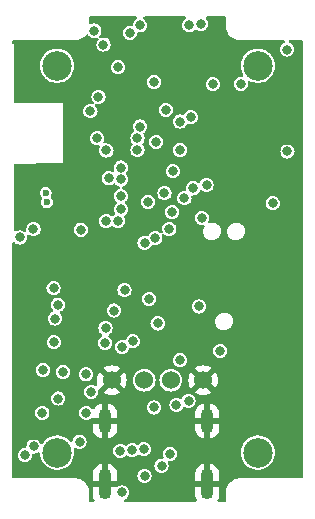
<source format=gbr>
%TF.GenerationSoftware,KiCad,Pcbnew,7.0.1-3b83917a11~172~ubuntu22.04.1*%
%TF.CreationDate,2023-07-05T11:02:10+02:00*%
%TF.ProjectId,phyphox-newton,70687970-686f-4782-9d6e-6577746f6e2e,rev?*%
%TF.SameCoordinates,Original*%
%TF.FileFunction,Copper,L2,Inr*%
%TF.FilePolarity,Positive*%
%FSLAX46Y46*%
G04 Gerber Fmt 4.6, Leading zero omitted, Abs format (unit mm)*
G04 Created by KiCad (PCBNEW 7.0.1-3b83917a11~172~ubuntu22.04.1) date 2023-07-05 11:02:10*
%MOMM*%
%LPD*%
G01*
G04 APERTURE LIST*
%TA.AperFunction,ComponentPad*%
%ADD10C,2.500000*%
%TD*%
%TA.AperFunction,ComponentPad*%
%ADD11O,1.100000X2.100000*%
%TD*%
%TA.AperFunction,ComponentPad*%
%ADD12O,1.100000X2.600000*%
%TD*%
%TA.AperFunction,ComponentPad*%
%ADD13C,1.524000*%
%TD*%
%TA.AperFunction,ViaPad*%
%ADD14C,0.800000*%
%TD*%
%TA.AperFunction,ViaPad*%
%ADD15C,0.600000*%
%TD*%
G04 APERTURE END LIST*
D10*
%TO.N,N/C*%
%TO.C,H3*%
X121000000Y-137625000D03*
%TD*%
D11*
%TO.N,GND*%
%TO.C,J2*%
X108055000Y-134945000D03*
D12*
X108055000Y-140305000D03*
D11*
X116695000Y-134945000D03*
D12*
X116695000Y-140305000D03*
%TD*%
D13*
%TO.N,SC*%
%TO.C,C1*%
X111375000Y-131500000D03*
%TO.N,GND*%
X116375000Y-131500000D03*
%TD*%
D10*
%TO.N,N/C*%
%TO.C,H1*%
X104000000Y-104875000D03*
%TD*%
D13*
%TO.N,SC*%
%TO.C,C13*%
X113625000Y-131500000D03*
%TO.N,GND*%
X108625000Y-131500000D03*
%TD*%
D10*
%TO.N,N/C*%
%TO.C,H4*%
X104000000Y-137625000D03*
%TD*%
%TO.N,N/C*%
%TO.C,H2*%
X121000000Y-104875000D03*
%TD*%
D14*
%TO.N,VL53_DRY*%
X106000000Y-118750000D03*
%TO.N,SWDIO*%
X109400500Y-114500000D03*
X106816275Y-108728275D03*
X114775500Y-116081637D03*
%TO.N,SWDCLK*%
X115500000Y-115250000D03*
X109400500Y-113500000D03*
X107500000Y-107500000D03*
%TO.N,/USB_N*%
X102001354Y-137105651D03*
X108171232Y-112046087D03*
%TO.N,/USB_P*%
X112200000Y-133800000D03*
X107400000Y-111000000D03*
X101258890Y-137848115D03*
X112840000Y-138730000D03*
%TO.N,SWO*%
X116250000Y-117750000D03*
%TO.N,RESET*%
X107150000Y-101900000D03*
X116200000Y-101325000D03*
D15*
X103022553Y-115624779D03*
D14*
X117175000Y-106425000D03*
X119550000Y-106400000D03*
%TO.N,SC*%
X122250000Y-116500000D03*
X117800000Y-129000000D03*
X123500000Y-112125000D03*
%TO.N,SDA*%
X104100499Y-133052417D03*
X112396094Y-111315204D03*
X110150498Y-102077635D03*
X106891344Y-132476443D03*
X110800000Y-112000000D03*
X112511746Y-126684003D03*
%TO.N,SCL*%
X111800000Y-124600000D03*
X104500000Y-130800000D03*
X111025000Y-101450498D03*
X110800000Y-111000000D03*
X108367339Y-114403050D03*
X102750000Y-134250000D03*
X106480500Y-134258375D03*
%TO.N,VBUS*%
X111400000Y-139600000D03*
X109706886Y-123878901D03*
D15*
X103138498Y-116415828D03*
D14*
X109500000Y-141000000D03*
X111346278Y-137346278D03*
X108049264Y-128338000D03*
X100833641Y-119407960D03*
D15*
%TO.N,GND*%
X100690000Y-107720000D03*
D14*
X122697119Y-126597234D03*
X114400000Y-110800000D03*
D15*
X105990000Y-114720000D03*
X101090000Y-113620000D03*
D14*
X112150498Y-103400498D03*
X109174645Y-122500500D03*
D15*
X104890000Y-111220000D03*
D14*
X111980707Y-127530763D03*
D15*
X100690000Y-114120000D03*
X101090000Y-116620000D03*
D14*
X119120000Y-117540000D03*
D15*
X103490000Y-107720000D03*
D14*
X121000000Y-125250000D03*
X110275367Y-107622922D03*
X120750000Y-120250000D03*
X104257765Y-121189441D03*
D15*
X100690000Y-118520000D03*
X102790000Y-107720000D03*
D14*
X108400000Y-137000000D03*
X108150000Y-110300000D03*
D15*
X101090000Y-115620000D03*
D14*
X116750000Y-107900000D03*
X100750000Y-122000000D03*
D15*
X100690000Y-115120000D03*
X102090000Y-107720000D03*
D14*
X110950000Y-105025000D03*
X123650000Y-108175000D03*
X111400000Y-113000000D03*
X114250000Y-120660000D03*
D15*
X104890000Y-107720000D03*
D14*
X115600000Y-137200000D03*
X117475000Y-101300000D03*
D15*
X104890000Y-108420000D03*
D14*
X111675000Y-109000000D03*
D15*
X101390000Y-107720000D03*
X100690000Y-117820000D03*
X104890000Y-110520000D03*
D14*
X122500000Y-119250000D03*
D15*
X101090000Y-114620000D03*
D14*
X115750000Y-122500000D03*
X103838000Y-132088000D03*
D15*
X103290000Y-114720000D03*
D14*
X123500000Y-134750000D03*
X101911897Y-131088103D03*
X109150000Y-101450498D03*
X117449999Y-111699999D03*
X103995085Y-134046345D03*
D15*
X104890000Y-109820000D03*
X100690000Y-117120000D03*
D14*
X122500500Y-122500000D03*
X105500000Y-125750000D03*
X111500000Y-121000000D03*
D15*
X104190000Y-107720000D03*
D14*
X106175000Y-106775000D03*
X123500000Y-130500000D03*
X116250000Y-120250000D03*
D15*
X100690000Y-116120000D03*
X104890000Y-109120000D03*
D14*
X119182069Y-129471389D03*
X105364689Y-128539481D03*
X106900000Y-103225000D03*
X117200000Y-104850000D03*
X120500000Y-131500000D03*
X104887979Y-119000000D03*
%TO.N,LED_G*%
X108153202Y-118013000D03*
X103804296Y-126278253D03*
%TO.N,LED_B*%
X104050500Y-125100000D03*
X109400500Y-117027345D03*
%TO.N,LED_R*%
X103725500Y-128270000D03*
X109152553Y-117995604D03*
%TO.N,VEML_INT*%
X107925000Y-103075000D03*
%TO.N,BMP581_INT*%
X109400000Y-115900000D03*
X102802165Y-130633760D03*
%TO.N,BMI_INT_2*%
X113200000Y-108600000D03*
X111399500Y-119872463D03*
X113088000Y-115656185D03*
%TO.N,BMI_INT_1*%
X113750000Y-117250000D03*
X112315055Y-119471510D03*
X113800000Y-113800000D03*
%TO.N,VCC_DAM*%
X110349356Y-137418043D03*
X114102755Y-133585833D03*
X108800000Y-125600000D03*
%TO.N,1Wire_DAM*%
X115125000Y-133250000D03*
X109351508Y-137475500D03*
X109516652Y-128667655D03*
%TO.N,1Wire*%
X113500000Y-118687000D03*
X115324218Y-109219439D03*
X112200000Y-106250000D03*
X110400000Y-128200000D03*
%TO.N,CC2*%
X114400000Y-129800000D03*
X113559312Y-137720688D03*
%TO.N,VCC*%
X123450000Y-103500000D03*
X116000000Y-125250000D03*
X101996296Y-118696431D03*
X115201446Y-101449998D03*
X111697367Y-116397247D03*
X109150498Y-105000000D03*
X114400000Y-109600000D03*
X106455500Y-131000000D03*
X105900000Y-136700000D03*
X103700000Y-123700000D03*
X114400000Y-112000000D03*
X111023497Y-110025806D03*
X116650000Y-114970000D03*
X108100500Y-127093750D03*
%TD*%
%TA.AperFunction,Conductor*%
%TO.N,GND*%
G36*
X110709862Y-100715527D02*
G01*
X110754689Y-100756965D01*
X110774312Y-100814771D01*
X110763974Y-100874935D01*
X110726180Y-100922876D01*
X110596717Y-101022215D01*
X110500463Y-101147657D01*
X110439956Y-101293735D01*
X110428146Y-101383437D01*
X110403582Y-101442738D01*
X110352659Y-101481812D01*
X110289022Y-101490190D01*
X110150498Y-101471952D01*
X109993735Y-101492591D01*
X109847657Y-101553098D01*
X109722215Y-101649352D01*
X109625961Y-101774794D01*
X109565454Y-101920872D01*
X109544815Y-102077634D01*
X109565454Y-102234397D01*
X109625961Y-102380475D01*
X109722215Y-102505917D01*
X109847657Y-102602171D01*
X109993736Y-102662679D01*
X110150498Y-102683317D01*
X110307260Y-102662679D01*
X110453339Y-102602171D01*
X110578780Y-102505917D01*
X110675034Y-102380476D01*
X110735542Y-102234397D01*
X110747351Y-102144694D01*
X110771914Y-102085394D01*
X110822838Y-102046320D01*
X110886471Y-102037942D01*
X111025000Y-102056180D01*
X111181762Y-102035542D01*
X111327841Y-101975034D01*
X111453282Y-101878780D01*
X111549536Y-101753339D01*
X111610044Y-101607260D01*
X111630682Y-101450498D01*
X111610044Y-101293736D01*
X111549536Y-101147657D01*
X111482720Y-101060580D01*
X111453282Y-101022215D01*
X111323820Y-100922876D01*
X111286026Y-100874935D01*
X111275688Y-100814771D01*
X111295311Y-100756965D01*
X111340138Y-100715527D01*
X111399306Y-100700500D01*
X114826489Y-100700500D01*
X114885657Y-100715527D01*
X114930484Y-100756965D01*
X114950107Y-100814771D01*
X114939769Y-100874936D01*
X114901975Y-100922876D01*
X114773163Y-101021715D01*
X114676909Y-101147157D01*
X114616402Y-101293235D01*
X114595763Y-101449997D01*
X114616402Y-101606760D01*
X114676909Y-101752838D01*
X114773163Y-101878280D01*
X114880748Y-101960832D01*
X114898605Y-101974534D01*
X115044684Y-102035042D01*
X115201446Y-102055680D01*
X115358208Y-102035042D01*
X115504287Y-101974534D01*
X115629728Y-101878280D01*
X115667231Y-101829404D01*
X115718154Y-101790330D01*
X115781792Y-101781952D01*
X115841091Y-101806513D01*
X115897159Y-101849536D01*
X116043238Y-101910044D01*
X116200000Y-101930682D01*
X116356762Y-101910044D01*
X116502841Y-101849536D01*
X116628282Y-101753282D01*
X116724536Y-101627841D01*
X116785044Y-101481762D01*
X116805682Y-101325000D01*
X116785044Y-101168238D01*
X116724536Y-101022159D01*
X116630790Y-100899986D01*
X116605763Y-100836654D01*
X116617954Y-100769656D01*
X116663686Y-100719199D01*
X116729166Y-100700500D01*
X118175500Y-100700500D01*
X118237500Y-100717113D01*
X118282887Y-100762500D01*
X118299500Y-100824500D01*
X118299500Y-101594484D01*
X118329058Y-101781113D01*
X118370951Y-101910044D01*
X118387453Y-101960832D01*
X118473240Y-102129199D01*
X118506880Y-102175500D01*
X118584309Y-102282073D01*
X118717926Y-102415690D01*
X118789726Y-102467855D01*
X118870801Y-102526760D01*
X119039168Y-102612547D01*
X119218882Y-102670940D01*
X119218883Y-102670940D01*
X119218886Y-102670941D01*
X119405516Y-102700500D01*
X119405519Y-102700500D01*
X119477410Y-102700500D01*
X119500000Y-102700500D01*
X119539882Y-102700500D01*
X123187591Y-102700500D01*
X123252381Y-102718773D01*
X123298076Y-102768205D01*
X123311209Y-102834229D01*
X123287909Y-102897386D01*
X123235043Y-102939061D01*
X123147159Y-102975463D01*
X123021717Y-103071717D01*
X122925463Y-103197159D01*
X122864956Y-103343237D01*
X122844317Y-103500000D01*
X122864956Y-103656762D01*
X122925463Y-103802840D01*
X123021717Y-103928282D01*
X123090462Y-103981031D01*
X123147159Y-104024536D01*
X123293238Y-104085044D01*
X123450000Y-104105682D01*
X123606762Y-104085044D01*
X123752841Y-104024536D01*
X123878282Y-103928282D01*
X123974536Y-103802841D01*
X124035044Y-103656762D01*
X124055682Y-103500000D01*
X124035044Y-103343238D01*
X123974536Y-103197159D01*
X123974535Y-103197158D01*
X123878282Y-103071717D01*
X123752840Y-102975463D01*
X123664957Y-102939061D01*
X123612091Y-102897386D01*
X123588791Y-102834229D01*
X123601924Y-102768205D01*
X123647619Y-102718773D01*
X123712409Y-102700500D01*
X124675500Y-102700500D01*
X124737500Y-102717113D01*
X124782887Y-102762500D01*
X124799500Y-102824500D01*
X124799500Y-139675500D01*
X124782887Y-139737500D01*
X124737500Y-139782887D01*
X124675500Y-139799500D01*
X119405516Y-139799500D01*
X119218886Y-139829058D01*
X119039167Y-139887453D01*
X119008969Y-139902840D01*
X118870801Y-139973240D01*
X118870798Y-139973241D01*
X118870798Y-139973242D01*
X118717926Y-140084309D01*
X118584309Y-140217926D01*
X118473242Y-140370798D01*
X118387453Y-140539167D01*
X118329058Y-140718886D01*
X118299500Y-140905516D01*
X118299500Y-141675500D01*
X118282887Y-141737500D01*
X118237500Y-141782887D01*
X118175500Y-141799500D01*
X117694521Y-141799500D01*
X117633402Y-141783391D01*
X117588163Y-141739249D01*
X117570558Y-141678543D01*
X117585163Y-141617047D01*
X117669766Y-141458764D01*
X117729808Y-141260834D01*
X117745000Y-141106588D01*
X117745000Y-140555000D01*
X115645000Y-140555000D01*
X115645000Y-141106588D01*
X115660191Y-141260834D01*
X115720233Y-141458764D01*
X115804837Y-141617047D01*
X115819442Y-141678543D01*
X115801837Y-141739249D01*
X115756598Y-141783391D01*
X115695479Y-141799500D01*
X109762409Y-141799500D01*
X109697619Y-141781227D01*
X109651924Y-141731795D01*
X109638791Y-141665771D01*
X109662091Y-141602614D01*
X109714957Y-141560939D01*
X109757748Y-141543214D01*
X109802841Y-141524536D01*
X109928282Y-141428282D01*
X110024536Y-141302841D01*
X110085044Y-141156762D01*
X110105682Y-141000000D01*
X110085044Y-140843238D01*
X110024536Y-140697159D01*
X110013879Y-140683271D01*
X109928282Y-140571717D01*
X109802840Y-140475463D01*
X109656762Y-140414956D01*
X109500000Y-140394317D01*
X109343237Y-140414956D01*
X109197159Y-140475463D01*
X109126899Y-140529376D01*
X109091271Y-140548419D01*
X109051413Y-140555000D01*
X107005000Y-140555000D01*
X107005000Y-141106588D01*
X107020191Y-141260834D01*
X107080233Y-141458764D01*
X107164837Y-141617047D01*
X107179442Y-141678543D01*
X107161837Y-141739249D01*
X107116598Y-141783391D01*
X107055479Y-141799500D01*
X106824500Y-141799500D01*
X106762500Y-141782887D01*
X106717113Y-141737500D01*
X106700500Y-141675500D01*
X106700500Y-140905516D01*
X106670941Y-140718886D01*
X106666666Y-140705728D01*
X106612547Y-140539168D01*
X106526760Y-140370801D01*
X106451428Y-140267116D01*
X106415690Y-140217926D01*
X106282073Y-140084309D01*
X106241732Y-140055000D01*
X107005000Y-140055000D01*
X107805000Y-140055000D01*
X107805000Y-138533590D01*
X108305000Y-138533590D01*
X108305000Y-140055000D01*
X109105000Y-140055000D01*
X109105000Y-139600000D01*
X110794317Y-139600000D01*
X110814956Y-139756762D01*
X110875463Y-139902840D01*
X110971717Y-140028282D01*
X111074759Y-140107348D01*
X111097159Y-140124536D01*
X111243238Y-140185044D01*
X111400000Y-140205682D01*
X111556762Y-140185044D01*
X111702841Y-140124536D01*
X111793462Y-140055000D01*
X115645000Y-140055000D01*
X116445000Y-140055000D01*
X116445000Y-138533590D01*
X116945000Y-138533590D01*
X116945000Y-140055000D01*
X117745000Y-140055000D01*
X117745000Y-139503412D01*
X117729808Y-139349165D01*
X117669766Y-139151235D01*
X117572268Y-138968828D01*
X117441054Y-138808945D01*
X117281171Y-138677731D01*
X117098764Y-138580233D01*
X116945000Y-138533590D01*
X116445000Y-138533590D01*
X116291235Y-138580233D01*
X116108828Y-138677731D01*
X115948945Y-138808945D01*
X115817731Y-138968828D01*
X115720233Y-139151235D01*
X115660191Y-139349165D01*
X115645000Y-139503412D01*
X115645000Y-140055000D01*
X111793462Y-140055000D01*
X111828282Y-140028282D01*
X111924536Y-139902841D01*
X111985044Y-139756762D01*
X112005682Y-139600000D01*
X111985044Y-139443238D01*
X111924536Y-139297159D01*
X111924535Y-139297158D01*
X111828282Y-139171717D01*
X111702840Y-139075463D01*
X111556762Y-139014956D01*
X111399999Y-138994317D01*
X111243237Y-139014956D01*
X111097159Y-139075463D01*
X110971717Y-139171717D01*
X110875463Y-139297159D01*
X110814956Y-139443237D01*
X110794317Y-139600000D01*
X109105000Y-139600000D01*
X109105000Y-139503412D01*
X109089808Y-139349165D01*
X109029766Y-139151235D01*
X108932268Y-138968828D01*
X108801054Y-138808945D01*
X108704860Y-138730000D01*
X112234317Y-138730000D01*
X112254956Y-138886762D01*
X112315463Y-139032840D01*
X112411717Y-139158282D01*
X112537159Y-139254536D01*
X112683238Y-139315044D01*
X112819361Y-139332964D01*
X112839999Y-139335682D01*
X112839999Y-139335681D01*
X112840000Y-139335682D01*
X112996762Y-139315044D01*
X113142841Y-139254536D01*
X113268282Y-139158282D01*
X113364536Y-139032841D01*
X113425044Y-138886762D01*
X113445682Y-138730000D01*
X113425044Y-138573238D01*
X113391336Y-138491859D01*
X113382958Y-138428221D01*
X113407522Y-138368920D01*
X113458446Y-138329845D01*
X113522080Y-138321468D01*
X113559312Y-138326370D01*
X113716074Y-138305732D01*
X113862153Y-138245224D01*
X113987594Y-138148970D01*
X114083848Y-138023529D01*
X114144356Y-137877450D01*
X114164994Y-137720688D01*
X114152397Y-137625000D01*
X119544528Y-137625000D01*
X119564379Y-137864558D01*
X119564379Y-137864561D01*
X119564380Y-137864563D01*
X119623390Y-138097591D01*
X119719951Y-138317728D01*
X119851429Y-138518969D01*
X120014236Y-138695825D01*
X120014239Y-138695827D01*
X120203927Y-138843468D01*
X120203929Y-138843469D01*
X120203933Y-138843472D01*
X120415344Y-138957882D01*
X120642703Y-139035934D01*
X120879808Y-139075500D01*
X121120191Y-139075500D01*
X121120192Y-139075500D01*
X121357297Y-139035934D01*
X121584656Y-138957882D01*
X121796067Y-138843472D01*
X121985764Y-138695825D01*
X122148571Y-138518969D01*
X122280049Y-138317728D01*
X122376610Y-138097591D01*
X122435620Y-137864563D01*
X122455471Y-137625000D01*
X122435620Y-137385437D01*
X122376610Y-137152409D01*
X122280049Y-136932272D01*
X122148571Y-136731031D01*
X121985764Y-136554175D01*
X121916119Y-136499968D01*
X121796072Y-136406531D01*
X121796068Y-136406528D01*
X121796067Y-136406528D01*
X121584656Y-136292118D01*
X121584655Y-136292117D01*
X121584652Y-136292116D01*
X121357299Y-136214066D01*
X121199226Y-136187688D01*
X121120192Y-136174500D01*
X120879808Y-136174500D01*
X120820531Y-136184391D01*
X120642700Y-136214066D01*
X120415347Y-136292116D01*
X120203927Y-136406531D01*
X120014239Y-136554172D01*
X120014236Y-136554174D01*
X120014236Y-136554175D01*
X119851429Y-136731031D01*
X119745278Y-136893507D01*
X119719950Y-136932274D01*
X119712662Y-136948889D01*
X119623390Y-137152409D01*
X119574297Y-137346277D01*
X119564379Y-137385441D01*
X119544528Y-137625000D01*
X114152397Y-137625000D01*
X114144356Y-137563926D01*
X114083848Y-137417847D01*
X114047523Y-137370507D01*
X113987594Y-137292405D01*
X113862152Y-137196151D01*
X113716074Y-137135644D01*
X113559311Y-137115005D01*
X113402549Y-137135644D01*
X113256471Y-137196151D01*
X113131029Y-137292405D01*
X113034775Y-137417847D01*
X112974268Y-137563925D01*
X112953629Y-137720687D01*
X112974268Y-137877450D01*
X113007975Y-137958828D01*
X113016353Y-138022466D01*
X112991790Y-138081767D01*
X112940867Y-138120841D01*
X112877229Y-138129219D01*
X112840000Y-138124317D01*
X112683237Y-138144956D01*
X112537159Y-138205463D01*
X112411717Y-138301717D01*
X112315463Y-138427159D01*
X112254956Y-138573237D01*
X112234317Y-138730000D01*
X108704860Y-138730000D01*
X108641171Y-138677731D01*
X108458764Y-138580233D01*
X108305000Y-138533590D01*
X107805000Y-138533590D01*
X107651235Y-138580233D01*
X107468828Y-138677731D01*
X107308945Y-138808945D01*
X107177731Y-138968828D01*
X107080233Y-139151235D01*
X107020191Y-139349165D01*
X107005000Y-139503412D01*
X107005000Y-140055000D01*
X106241732Y-140055000D01*
X106183248Y-140012509D01*
X106129199Y-139973240D01*
X105960832Y-139887453D01*
X105781113Y-139829058D01*
X105594484Y-139799500D01*
X105594481Y-139799500D01*
X105522590Y-139799500D01*
X100324500Y-139799500D01*
X100262500Y-139782887D01*
X100217113Y-139737500D01*
X100200500Y-139675500D01*
X100200500Y-137848114D01*
X100653207Y-137848114D01*
X100673846Y-138004877D01*
X100734353Y-138150955D01*
X100830607Y-138276397D01*
X100895734Y-138326370D01*
X100956049Y-138372651D01*
X101102128Y-138433159D01*
X101238251Y-138451079D01*
X101258889Y-138453797D01*
X101258889Y-138453796D01*
X101258890Y-138453797D01*
X101415652Y-138433159D01*
X101561731Y-138372651D01*
X101687172Y-138276397D01*
X101783426Y-138150956D01*
X101843934Y-138004877D01*
X101864572Y-137848115D01*
X101864572Y-137848114D01*
X101866703Y-137831930D01*
X101866785Y-137831940D01*
X101870446Y-137794770D01*
X101900185Y-137746946D01*
X101948009Y-137717207D01*
X101985179Y-137713546D01*
X101985169Y-137713464D01*
X102015838Y-137709426D01*
X102158116Y-137690695D01*
X102304195Y-137630187D01*
X102350269Y-137594832D01*
X102411053Y-137570083D01*
X102475957Y-137579824D01*
X102526797Y-137621328D01*
X102549332Y-137682968D01*
X102564379Y-137864558D01*
X102564379Y-137864561D01*
X102564380Y-137864563D01*
X102623390Y-138097591D01*
X102719951Y-138317728D01*
X102851429Y-138518969D01*
X103014236Y-138695825D01*
X103014239Y-138695827D01*
X103203927Y-138843468D01*
X103203929Y-138843469D01*
X103203933Y-138843472D01*
X103415344Y-138957882D01*
X103642703Y-139035934D01*
X103879808Y-139075500D01*
X104120191Y-139075500D01*
X104120192Y-139075500D01*
X104357297Y-139035934D01*
X104584656Y-138957882D01*
X104796067Y-138843472D01*
X104985764Y-138695825D01*
X105148571Y-138518969D01*
X105280049Y-138317728D01*
X105376610Y-138097591D01*
X105435620Y-137864563D01*
X105455471Y-137625000D01*
X105443083Y-137475500D01*
X108745825Y-137475500D01*
X108766464Y-137632262D01*
X108826971Y-137778340D01*
X108923225Y-137903782D01*
X109048666Y-138000035D01*
X109048667Y-138000036D01*
X109194746Y-138060544D01*
X109351508Y-138081182D01*
X109508270Y-138060544D01*
X109654349Y-138000036D01*
X109779790Y-137903782D01*
X109784409Y-137897761D01*
X109835332Y-137858685D01*
X109898971Y-137850306D01*
X109958273Y-137874869D01*
X110046514Y-137942578D01*
X110046515Y-137942579D01*
X110192594Y-138003087D01*
X110349356Y-138023725D01*
X110506118Y-138003087D01*
X110652197Y-137942579D01*
X110777638Y-137846325D01*
X110788826Y-137831743D01*
X110839748Y-137792670D01*
X110903386Y-137784291D01*
X110962688Y-137808854D01*
X111043437Y-137870814D01*
X111189516Y-137931322D01*
X111325639Y-137949242D01*
X111346277Y-137951960D01*
X111346277Y-137951959D01*
X111346278Y-137951960D01*
X111503040Y-137931322D01*
X111649119Y-137870814D01*
X111774560Y-137774560D01*
X111870814Y-137649119D01*
X111931322Y-137503040D01*
X111951960Y-137346278D01*
X111931322Y-137189516D01*
X111870814Y-137043437D01*
X111829627Y-136989761D01*
X111774560Y-136917995D01*
X111649118Y-136821741D01*
X111503040Y-136761234D01*
X111346278Y-136740595D01*
X111189515Y-136761234D01*
X111043437Y-136821741D01*
X110917995Y-136917996D01*
X110906805Y-136932579D01*
X110855882Y-136971652D01*
X110792245Y-136980029D01*
X110732945Y-136955466D01*
X110652196Y-136893506D01*
X110506118Y-136832999D01*
X110349356Y-136812360D01*
X110192593Y-136832999D01*
X110046515Y-136893506D01*
X109921073Y-136989761D01*
X109916450Y-136995786D01*
X109865527Y-137034859D01*
X109801890Y-137043236D01*
X109742590Y-137018673D01*
X109654348Y-136950963D01*
X109508270Y-136890456D01*
X109351508Y-136869817D01*
X109194745Y-136890456D01*
X109048667Y-136950963D01*
X108923225Y-137047217D01*
X108826971Y-137172659D01*
X108766464Y-137318737D01*
X108745825Y-137475500D01*
X105443083Y-137475500D01*
X105435620Y-137385437D01*
X105431839Y-137370506D01*
X105433761Y-137302847D01*
X105470928Y-137246277D01*
X105532266Y-137217652D01*
X105599495Y-137225503D01*
X105743238Y-137285044D01*
X105900000Y-137305682D01*
X106056762Y-137285044D01*
X106202841Y-137224536D01*
X106328282Y-137128282D01*
X106424536Y-137002841D01*
X106485044Y-136856762D01*
X106505682Y-136700000D01*
X106485044Y-136543238D01*
X106424536Y-136397159D01*
X106405059Y-136371776D01*
X106328282Y-136271717D01*
X106202840Y-136175463D01*
X106056762Y-136114956D01*
X105899999Y-136094317D01*
X105743237Y-136114956D01*
X105597159Y-136175463D01*
X105471717Y-136271717D01*
X105375463Y-136397159D01*
X105314956Y-136543237D01*
X105307113Y-136602809D01*
X105279209Y-136666274D01*
X105221596Y-136704840D01*
X105152286Y-136706452D01*
X105092946Y-136670606D01*
X104985764Y-136554175D01*
X104985762Y-136554174D01*
X104985760Y-136554171D01*
X104796072Y-136406531D01*
X104796068Y-136406528D01*
X104796067Y-136406528D01*
X104584656Y-136292118D01*
X104584655Y-136292117D01*
X104584652Y-136292116D01*
X104357299Y-136214066D01*
X104199226Y-136187688D01*
X104120192Y-136174500D01*
X103879808Y-136174500D01*
X103820531Y-136184391D01*
X103642700Y-136214066D01*
X103415347Y-136292116D01*
X103203927Y-136406531D01*
X103014239Y-136554172D01*
X102851426Y-136731034D01*
X102762482Y-136867173D01*
X102712558Y-136911032D01*
X102647157Y-136922815D01*
X102585065Y-136899139D01*
X102544113Y-136846804D01*
X102529846Y-136812361D01*
X102525890Y-136802810D01*
X102478151Y-136740595D01*
X102429636Y-136677368D01*
X102304194Y-136581114D01*
X102158116Y-136520607D01*
X102001354Y-136499968D01*
X101844591Y-136520607D01*
X101698513Y-136581114D01*
X101573071Y-136677368D01*
X101476817Y-136802810D01*
X101416310Y-136948888D01*
X101393541Y-137121836D01*
X101393457Y-137121825D01*
X101389795Y-137158999D01*
X101360058Y-137206819D01*
X101312238Y-137236556D01*
X101275064Y-137240218D01*
X101275075Y-137240302D01*
X101102127Y-137263071D01*
X100956049Y-137323578D01*
X100830607Y-137419832D01*
X100734353Y-137545274D01*
X100673846Y-137691352D01*
X100653207Y-137848114D01*
X100200500Y-137848114D01*
X100200500Y-135195000D01*
X107005000Y-135195000D01*
X107005000Y-135496588D01*
X107020191Y-135650834D01*
X107080233Y-135848764D01*
X107177731Y-136031171D01*
X107308945Y-136191054D01*
X107468828Y-136322268D01*
X107651235Y-136419766D01*
X107805000Y-136466410D01*
X107805000Y-135195000D01*
X108305000Y-135195000D01*
X108305000Y-136466410D01*
X108458764Y-136419766D01*
X108641171Y-136322268D01*
X108801054Y-136191054D01*
X108932268Y-136031171D01*
X109029766Y-135848764D01*
X109089808Y-135650834D01*
X109105000Y-135496588D01*
X109105000Y-135195000D01*
X115645000Y-135195000D01*
X115645000Y-135496588D01*
X115660191Y-135650834D01*
X115720233Y-135848764D01*
X115817731Y-136031171D01*
X115948945Y-136191054D01*
X116108828Y-136322268D01*
X116291235Y-136419766D01*
X116445000Y-136466410D01*
X116445000Y-135195000D01*
X116945000Y-135195000D01*
X116945000Y-136466410D01*
X117098764Y-136419766D01*
X117281171Y-136322268D01*
X117441054Y-136191054D01*
X117572268Y-136031171D01*
X117669766Y-135848764D01*
X117729808Y-135650834D01*
X117745000Y-135496588D01*
X117745000Y-135195000D01*
X116945000Y-135195000D01*
X116445000Y-135195000D01*
X115645000Y-135195000D01*
X109105000Y-135195000D01*
X108305000Y-135195000D01*
X107805000Y-135195000D01*
X107005000Y-135195000D01*
X100200500Y-135195000D01*
X100200500Y-134249999D01*
X102144317Y-134249999D01*
X102164956Y-134406762D01*
X102225463Y-134552840D01*
X102321717Y-134678282D01*
X102447159Y-134774536D01*
X102593238Y-134835044D01*
X102729360Y-134852964D01*
X102749999Y-134855682D01*
X102749999Y-134855681D01*
X102750000Y-134855682D01*
X102906762Y-134835044D01*
X103052841Y-134774536D01*
X103178282Y-134678282D01*
X103274536Y-134552841D01*
X103335044Y-134406762D01*
X103354579Y-134258375D01*
X105874817Y-134258375D01*
X105895456Y-134415137D01*
X105955963Y-134561215D01*
X106052217Y-134686657D01*
X106088768Y-134714703D01*
X106177659Y-134782911D01*
X106323738Y-134843419D01*
X106459860Y-134861339D01*
X106480499Y-134864057D01*
X106480499Y-134864056D01*
X106480500Y-134864057D01*
X106637262Y-134843419D01*
X106783341Y-134782911D01*
X106872233Y-134714701D01*
X106926184Y-134690963D01*
X106985004Y-134694818D01*
X106985304Y-134695000D01*
X107805000Y-134695000D01*
X107805000Y-133423590D01*
X108305000Y-133423590D01*
X108305000Y-134695000D01*
X109105000Y-134695000D01*
X115645000Y-134695000D01*
X116445000Y-134695000D01*
X116445000Y-133423590D01*
X116945000Y-133423590D01*
X116945000Y-134695000D01*
X117745000Y-134695000D01*
X117745000Y-134393412D01*
X117729808Y-134239165D01*
X117669766Y-134041235D01*
X117572268Y-133858828D01*
X117441054Y-133698945D01*
X117281171Y-133567731D01*
X117098764Y-133470233D01*
X116945000Y-133423590D01*
X116445000Y-133423590D01*
X116291235Y-133470233D01*
X116108828Y-133567731D01*
X115948945Y-133698945D01*
X115817731Y-133858828D01*
X115720233Y-134041235D01*
X115660191Y-134239165D01*
X115645000Y-134393412D01*
X115645000Y-134695000D01*
X109105000Y-134695000D01*
X109105000Y-134393412D01*
X109089808Y-134239165D01*
X109029766Y-134041235D01*
X108932268Y-133858828D01*
X108883989Y-133800000D01*
X111594317Y-133800000D01*
X111614956Y-133956762D01*
X111675463Y-134102840D01*
X111771717Y-134228282D01*
X111897159Y-134324536D01*
X112043238Y-134385044D01*
X112179360Y-134402964D01*
X112199999Y-134405682D01*
X112199999Y-134405681D01*
X112200000Y-134405682D01*
X112356762Y-134385044D01*
X112502841Y-134324536D01*
X112628282Y-134228282D01*
X112724536Y-134102841D01*
X112785044Y-133956762D01*
X112805682Y-133800000D01*
X112785044Y-133643238D01*
X112761266Y-133585832D01*
X113497072Y-133585832D01*
X113517711Y-133742595D01*
X113578218Y-133888673D01*
X113674472Y-134014115D01*
X113777587Y-134093237D01*
X113799914Y-134110369D01*
X113945993Y-134170877D01*
X114082115Y-134188797D01*
X114102754Y-134191515D01*
X114102754Y-134191514D01*
X114102755Y-134191515D01*
X114259517Y-134170877D01*
X114405596Y-134110369D01*
X114531037Y-134014115D01*
X114627291Y-133888674D01*
X114648731Y-133836912D01*
X114687802Y-133785993D01*
X114747104Y-133761429D01*
X114810743Y-133769807D01*
X114822158Y-133774535D01*
X114822159Y-133774536D01*
X114968238Y-133835044D01*
X115125000Y-133855682D01*
X115281762Y-133835044D01*
X115427841Y-133774536D01*
X115553282Y-133678282D01*
X115649536Y-133552841D01*
X115710044Y-133406762D01*
X115730682Y-133250000D01*
X115710044Y-133093238D01*
X115649536Y-132947159D01*
X115649535Y-132947158D01*
X115553282Y-132821717D01*
X115427840Y-132725463D01*
X115281762Y-132664956D01*
X115125000Y-132644317D01*
X114968237Y-132664956D01*
X114822159Y-132725463D01*
X114696717Y-132821717D01*
X114600464Y-132947158D01*
X114579025Y-132998917D01*
X114539951Y-133049840D01*
X114480650Y-133074403D01*
X114417012Y-133066025D01*
X114259517Y-133000789D01*
X114102755Y-132980150D01*
X113945992Y-133000789D01*
X113799914Y-133061296D01*
X113674472Y-133157550D01*
X113578218Y-133282992D01*
X113517711Y-133429070D01*
X113497072Y-133585832D01*
X112761266Y-133585832D01*
X112724536Y-133497159D01*
X112703875Y-133470233D01*
X112628282Y-133371717D01*
X112502840Y-133275463D01*
X112356762Y-133214956D01*
X112200000Y-133194317D01*
X112043237Y-133214956D01*
X111897159Y-133275463D01*
X111771717Y-133371717D01*
X111675463Y-133497159D01*
X111614956Y-133643237D01*
X111594317Y-133800000D01*
X108883989Y-133800000D01*
X108801054Y-133698945D01*
X108641171Y-133567731D01*
X108458764Y-133470233D01*
X108305000Y-133423590D01*
X107805000Y-133423590D01*
X107651235Y-133470233D01*
X107468828Y-133567731D01*
X107308945Y-133698945D01*
X107177730Y-133858829D01*
X107167016Y-133878875D01*
X107125703Y-133924083D01*
X107067792Y-133944005D01*
X107007409Y-133933782D01*
X106959283Y-133895907D01*
X106908780Y-133830091D01*
X106783340Y-133733838D01*
X106637262Y-133673331D01*
X106480500Y-133652692D01*
X106323737Y-133673331D01*
X106177659Y-133733838D01*
X106052217Y-133830092D01*
X105955963Y-133955534D01*
X105895456Y-134101612D01*
X105874817Y-134258375D01*
X103354579Y-134258375D01*
X103355682Y-134250000D01*
X103335044Y-134093238D01*
X103274536Y-133947159D01*
X103272116Y-133944005D01*
X103178282Y-133821717D01*
X103052840Y-133725463D01*
X102906762Y-133664956D01*
X102750000Y-133644317D01*
X102593237Y-133664956D01*
X102447159Y-133725463D01*
X102321717Y-133821717D01*
X102225463Y-133947159D01*
X102164956Y-134093237D01*
X102144317Y-134249999D01*
X100200500Y-134249999D01*
X100200500Y-133052417D01*
X103494816Y-133052417D01*
X103515455Y-133209179D01*
X103575962Y-133355257D01*
X103672216Y-133480699D01*
X103785640Y-133567731D01*
X103797658Y-133576953D01*
X103943737Y-133637461D01*
X104100499Y-133658099D01*
X104257261Y-133637461D01*
X104403340Y-133576953D01*
X104528781Y-133480699D01*
X104625035Y-133355258D01*
X104685543Y-133209179D01*
X104706181Y-133052417D01*
X104685543Y-132895655D01*
X104625035Y-132749576D01*
X104606533Y-132725464D01*
X104528781Y-132624134D01*
X104403339Y-132527880D01*
X104279158Y-132476443D01*
X106285661Y-132476443D01*
X106306300Y-132633205D01*
X106366807Y-132779283D01*
X106463061Y-132904725D01*
X106518363Y-132947159D01*
X106588503Y-133000979D01*
X106734582Y-133061487D01*
X106891344Y-133082125D01*
X107048106Y-133061487D01*
X107194185Y-133000979D01*
X107319626Y-132904725D01*
X107415880Y-132779284D01*
X107476388Y-132633205D01*
X107487113Y-132551740D01*
X107926812Y-132551740D01*
X107991593Y-132597101D01*
X108191718Y-132690420D01*
X108405021Y-132747575D01*
X108625000Y-132766821D01*
X108844978Y-132747575D01*
X109058281Y-132690420D01*
X109258408Y-132597100D01*
X109323187Y-132551740D01*
X115676812Y-132551740D01*
X115741593Y-132597101D01*
X115941718Y-132690420D01*
X116155021Y-132747575D01*
X116375000Y-132766821D01*
X116594978Y-132747575D01*
X116808281Y-132690420D01*
X117008408Y-132597100D01*
X117073187Y-132551740D01*
X116375001Y-131853553D01*
X116375000Y-131853553D01*
X115676812Y-132551740D01*
X109323187Y-132551740D01*
X108625001Y-131853553D01*
X108625000Y-131853553D01*
X107926812Y-132551740D01*
X107487113Y-132551740D01*
X107497026Y-132476443D01*
X107479244Y-132341375D01*
X107484336Y-132286615D01*
X107512611Y-132239442D01*
X107558507Y-132209138D01*
X107562912Y-132208533D01*
X108271446Y-131500001D01*
X108978553Y-131500001D01*
X109676740Y-132198186D01*
X109722100Y-132133408D01*
X109815420Y-131933281D01*
X109872575Y-131719978D01*
X109891821Y-131500000D01*
X109891821Y-131499999D01*
X110407843Y-131499999D01*
X110426426Y-131688681D01*
X110481464Y-131870117D01*
X110495900Y-131897125D01*
X110570838Y-132037324D01*
X110691117Y-132183883D01*
X110837676Y-132304162D01*
X111004885Y-132393537D01*
X111186317Y-132448573D01*
X111375000Y-132467157D01*
X111563683Y-132448573D01*
X111745115Y-132393537D01*
X111912324Y-132304162D01*
X112058883Y-132183883D01*
X112179162Y-132037324D01*
X112268537Y-131870115D01*
X112323573Y-131688683D01*
X112342157Y-131500000D01*
X112342157Y-131499999D01*
X112657843Y-131499999D01*
X112676426Y-131688681D01*
X112731464Y-131870117D01*
X112745900Y-131897125D01*
X112820838Y-132037324D01*
X112941117Y-132183883D01*
X113087676Y-132304162D01*
X113254885Y-132393537D01*
X113436317Y-132448573D01*
X113625000Y-132467157D01*
X113813683Y-132448573D01*
X113995115Y-132393537D01*
X114162324Y-132304162D01*
X114308883Y-132183883D01*
X114429162Y-132037324D01*
X114518537Y-131870115D01*
X114573573Y-131688683D01*
X114592157Y-131500000D01*
X115108178Y-131500000D01*
X115127424Y-131719978D01*
X115184579Y-131933281D01*
X115277898Y-132133406D01*
X115323258Y-132198187D01*
X116021446Y-131500001D01*
X116728553Y-131500001D01*
X117426740Y-132198186D01*
X117472100Y-132133408D01*
X117565420Y-131933281D01*
X117622575Y-131719978D01*
X117641821Y-131500000D01*
X117622575Y-131280021D01*
X117565421Y-131066720D01*
X117472098Y-130866589D01*
X117426740Y-130801811D01*
X116728553Y-131500000D01*
X116728553Y-131500001D01*
X116021446Y-131500001D01*
X116021446Y-131500000D01*
X115323258Y-130801811D01*
X115323258Y-130801812D01*
X115277900Y-130866589D01*
X115184578Y-131066719D01*
X115127424Y-131280021D01*
X115108178Y-131500000D01*
X114592157Y-131500000D01*
X114573573Y-131311317D01*
X114518537Y-131129885D01*
X114429162Y-130962676D01*
X114308883Y-130816117D01*
X114162324Y-130695838D01*
X113995115Y-130606463D01*
X113904398Y-130578944D01*
X113813681Y-130551426D01*
X113625000Y-130532843D01*
X113436318Y-130551426D01*
X113254882Y-130606464D01*
X113087677Y-130695837D01*
X112941117Y-130816117D01*
X112820837Y-130962677D01*
X112731464Y-131129882D01*
X112676426Y-131311318D01*
X112657843Y-131499999D01*
X112342157Y-131499999D01*
X112323573Y-131311317D01*
X112268537Y-131129885D01*
X112179162Y-130962676D01*
X112058883Y-130816117D01*
X111912324Y-130695838D01*
X111745115Y-130606463D01*
X111654398Y-130578944D01*
X111563681Y-130551426D01*
X111375000Y-130532843D01*
X111186318Y-130551426D01*
X111004882Y-130606464D01*
X110837677Y-130695837D01*
X110691117Y-130816117D01*
X110570837Y-130962677D01*
X110481464Y-131129882D01*
X110426426Y-131311318D01*
X110407843Y-131499999D01*
X109891821Y-131499999D01*
X109872575Y-131280021D01*
X109815421Y-131066720D01*
X109722098Y-130866589D01*
X109676740Y-130801811D01*
X108978553Y-131500000D01*
X108978553Y-131500001D01*
X108271446Y-131500001D01*
X108271446Y-131500000D01*
X107573258Y-130801811D01*
X107573258Y-130801812D01*
X107527900Y-130866589D01*
X107434578Y-131066719D01*
X107377424Y-131280021D01*
X107358178Y-131500000D01*
X107377424Y-131719978D01*
X107408535Y-131836084D01*
X107409334Y-131897125D01*
X107380910Y-131951150D01*
X107330152Y-131985065D01*
X107269363Y-131990651D01*
X107213274Y-131966554D01*
X107194184Y-131951906D01*
X107048106Y-131891399D01*
X106891344Y-131870760D01*
X106734581Y-131891399D01*
X106588503Y-131951906D01*
X106463061Y-132048160D01*
X106366807Y-132173602D01*
X106306300Y-132319680D01*
X106285661Y-132476443D01*
X104279158Y-132476443D01*
X104257261Y-132467373D01*
X104100498Y-132446734D01*
X103943736Y-132467373D01*
X103797658Y-132527880D01*
X103672216Y-132624134D01*
X103575962Y-132749576D01*
X103515455Y-132895654D01*
X103494816Y-133052417D01*
X100200500Y-133052417D01*
X100200500Y-130633760D01*
X102196482Y-130633760D01*
X102217121Y-130790522D01*
X102277628Y-130936600D01*
X102373882Y-131062042D01*
X102427052Y-131102840D01*
X102499324Y-131158296D01*
X102645403Y-131218804D01*
X102802165Y-131239442D01*
X102958927Y-131218804D01*
X103105006Y-131158296D01*
X103230447Y-131062042D01*
X103326701Y-130936601D01*
X103383283Y-130799999D01*
X103894317Y-130799999D01*
X103914956Y-130956762D01*
X103975463Y-131102840D01*
X104071717Y-131228282D01*
X104179933Y-131311318D01*
X104197159Y-131324536D01*
X104343238Y-131385044D01*
X104500000Y-131405682D01*
X104656762Y-131385044D01*
X104802841Y-131324536D01*
X104928282Y-131228282D01*
X105024536Y-131102841D01*
X105067135Y-130999999D01*
X105849817Y-130999999D01*
X105870456Y-131156762D01*
X105930963Y-131302840D01*
X106027217Y-131428282D01*
X106120683Y-131500000D01*
X106152659Y-131524536D01*
X106298738Y-131585044D01*
X106455500Y-131605682D01*
X106612262Y-131585044D01*
X106758341Y-131524536D01*
X106883782Y-131428282D01*
X106980036Y-131302841D01*
X107040544Y-131156762D01*
X107061182Y-131000000D01*
X107040544Y-130843238D01*
X106980036Y-130697159D01*
X106938661Y-130643238D01*
X106883782Y-130571717D01*
X106758340Y-130475463D01*
X106692661Y-130448258D01*
X107926811Y-130448258D01*
X108625000Y-131146446D01*
X108625001Y-131146446D01*
X109323187Y-130448258D01*
X115676811Y-130448258D01*
X116375000Y-131146446D01*
X116375001Y-131146446D01*
X117073187Y-130448258D01*
X117008406Y-130402898D01*
X116808281Y-130309579D01*
X116594978Y-130252424D01*
X116375000Y-130233178D01*
X116155021Y-130252424D01*
X115941719Y-130309578D01*
X115741589Y-130402900D01*
X115676812Y-130448258D01*
X115676811Y-130448258D01*
X109323187Y-130448258D01*
X109258406Y-130402898D01*
X109058281Y-130309579D01*
X108844978Y-130252424D01*
X108625000Y-130233178D01*
X108405021Y-130252424D01*
X108191719Y-130309578D01*
X107991589Y-130402900D01*
X107926812Y-130448258D01*
X107926811Y-130448258D01*
X106692661Y-130448258D01*
X106612262Y-130414956D01*
X106455499Y-130394317D01*
X106298737Y-130414956D01*
X106152659Y-130475463D01*
X106027217Y-130571717D01*
X105930963Y-130697159D01*
X105870456Y-130843237D01*
X105849817Y-130999999D01*
X105067135Y-130999999D01*
X105085044Y-130956762D01*
X105105682Y-130800000D01*
X105085044Y-130643238D01*
X105024536Y-130497159D01*
X104961460Y-130414956D01*
X104928282Y-130371717D01*
X104802840Y-130275463D01*
X104656762Y-130214956D01*
X104500000Y-130194317D01*
X104343237Y-130214956D01*
X104197159Y-130275463D01*
X104071717Y-130371717D01*
X103975463Y-130497159D01*
X103914956Y-130643237D01*
X103894317Y-130799999D01*
X103383283Y-130799999D01*
X103387209Y-130790522D01*
X103407847Y-130633760D01*
X103387209Y-130476998D01*
X103326701Y-130330919D01*
X103284149Y-130275464D01*
X103230447Y-130205477D01*
X103105005Y-130109223D01*
X102958927Y-130048716D01*
X102802165Y-130028077D01*
X102645402Y-130048716D01*
X102499324Y-130109223D01*
X102373882Y-130205477D01*
X102277628Y-130330919D01*
X102217121Y-130476997D01*
X102196482Y-130633760D01*
X100200500Y-130633760D01*
X100200500Y-129800000D01*
X113794317Y-129800000D01*
X113814956Y-129956762D01*
X113875463Y-130102840D01*
X113971717Y-130228282D01*
X114097158Y-130324535D01*
X114097159Y-130324536D01*
X114243238Y-130385044D01*
X114400000Y-130405682D01*
X114556762Y-130385044D01*
X114702841Y-130324536D01*
X114828282Y-130228282D01*
X114924536Y-130102841D01*
X114985044Y-129956762D01*
X115005682Y-129800000D01*
X114985044Y-129643238D01*
X114924536Y-129497159D01*
X114871685Y-129428282D01*
X114828282Y-129371717D01*
X114702840Y-129275463D01*
X114556762Y-129214956D01*
X114400000Y-129194317D01*
X114243237Y-129214956D01*
X114097159Y-129275463D01*
X113971717Y-129371717D01*
X113875463Y-129497159D01*
X113814956Y-129643237D01*
X113794317Y-129800000D01*
X100200500Y-129800000D01*
X100200500Y-128270000D01*
X103119817Y-128270000D01*
X103140456Y-128426762D01*
X103200963Y-128572840D01*
X103297217Y-128698282D01*
X103410286Y-128785042D01*
X103422659Y-128794536D01*
X103568738Y-128855044D01*
X103725500Y-128875682D01*
X103882262Y-128855044D01*
X104028341Y-128794536D01*
X104153782Y-128698282D01*
X104250036Y-128572841D01*
X104310544Y-128426762D01*
X104322230Y-128338000D01*
X107443581Y-128338000D01*
X107464220Y-128494762D01*
X107524727Y-128640840D01*
X107620981Y-128766282D01*
X107657803Y-128794536D01*
X107746423Y-128862536D01*
X107892502Y-128923044D01*
X108049264Y-128943682D01*
X108206026Y-128923044D01*
X108352105Y-128862536D01*
X108477546Y-128766282D01*
X108553226Y-128667654D01*
X108910969Y-128667654D01*
X108931608Y-128824417D01*
X108992115Y-128970495D01*
X109088369Y-129095937D01*
X109167639Y-129156762D01*
X109213811Y-129192191D01*
X109359890Y-129252699D01*
X109516652Y-129273337D01*
X109673414Y-129252699D01*
X109819493Y-129192191D01*
X109944934Y-129095937D01*
X110018550Y-128999999D01*
X117194317Y-128999999D01*
X117214956Y-129156762D01*
X117275463Y-129302840D01*
X117371717Y-129428282D01*
X117497159Y-129524536D01*
X117643238Y-129585044D01*
X117800000Y-129605682D01*
X117956762Y-129585044D01*
X118102841Y-129524536D01*
X118228282Y-129428282D01*
X118324536Y-129302841D01*
X118385044Y-129156762D01*
X118405682Y-129000000D01*
X118385044Y-128843238D01*
X118324536Y-128697159D01*
X118229144Y-128572841D01*
X118228282Y-128571717D01*
X118102840Y-128475463D01*
X117956762Y-128414956D01*
X117800000Y-128394317D01*
X117643237Y-128414956D01*
X117497159Y-128475463D01*
X117371717Y-128571717D01*
X117275463Y-128697159D01*
X117214956Y-128843237D01*
X117194317Y-128999999D01*
X110018550Y-128999999D01*
X110041188Y-128970496D01*
X110088892Y-128855327D01*
X110127969Y-128804403D01*
X110187273Y-128779840D01*
X110226772Y-128785042D01*
X110227053Y-128782913D01*
X110243237Y-128785043D01*
X110243238Y-128785044D01*
X110400000Y-128805682D01*
X110556762Y-128785044D01*
X110702841Y-128724536D01*
X110828282Y-128628282D01*
X110924536Y-128502841D01*
X110985044Y-128356762D01*
X111005682Y-128200000D01*
X110985044Y-128043238D01*
X110924536Y-127897159D01*
X110881994Y-127841717D01*
X110828282Y-127771717D01*
X110702840Y-127675463D01*
X110556762Y-127614956D01*
X110399999Y-127594317D01*
X110243237Y-127614956D01*
X110097159Y-127675463D01*
X109971717Y-127771717D01*
X109875463Y-127897158D01*
X109827759Y-128012327D01*
X109788684Y-128063250D01*
X109729383Y-128087813D01*
X109689879Y-128082612D01*
X109689599Y-128084742D01*
X109673414Y-128082611D01*
X109658929Y-128080704D01*
X109516652Y-128061972D01*
X109359889Y-128082611D01*
X109213811Y-128143118D01*
X109088369Y-128239372D01*
X108992115Y-128364814D01*
X108931608Y-128510892D01*
X108910969Y-128667654D01*
X108553226Y-128667654D01*
X108573800Y-128640841D01*
X108634308Y-128494762D01*
X108654946Y-128338000D01*
X108634308Y-128181238D01*
X108573800Y-128035159D01*
X108477546Y-127909718D01*
X108433973Y-127876283D01*
X108375269Y-127831238D01*
X108336194Y-127780313D01*
X108327817Y-127716673D01*
X108352383Y-127657372D01*
X108403308Y-127618299D01*
X108403341Y-127618286D01*
X108528782Y-127522032D01*
X108625036Y-127396591D01*
X108685544Y-127250512D01*
X108706182Y-127093750D01*
X108685544Y-126936988D01*
X108625036Y-126790909D01*
X108625035Y-126790908D01*
X108543005Y-126684003D01*
X111906063Y-126684003D01*
X111926702Y-126840765D01*
X111987209Y-126986843D01*
X112083463Y-127112285D01*
X112129160Y-127147349D01*
X112208905Y-127208539D01*
X112354984Y-127269047D01*
X112491106Y-127286967D01*
X112511745Y-127289685D01*
X112511745Y-127289684D01*
X112511746Y-127289685D01*
X112668508Y-127269047D01*
X112814587Y-127208539D01*
X112940028Y-127112285D01*
X113036282Y-126986844D01*
X113096790Y-126840765D01*
X113117428Y-126684003D01*
X113101584Y-126563659D01*
X117385392Y-126563659D01*
X117400685Y-126650386D01*
X117415668Y-126735354D01*
X117484721Y-126895438D01*
X117588832Y-127035283D01*
X117722386Y-127147349D01*
X117878185Y-127225594D01*
X118047829Y-127265800D01*
X118178433Y-127265800D01*
X118178436Y-127265800D01*
X118308164Y-127250637D01*
X118471993Y-127191008D01*
X118617654Y-127095205D01*
X118737296Y-126968393D01*
X118824467Y-126817407D01*
X118874469Y-126650388D01*
X118884607Y-126476340D01*
X118854332Y-126304646D01*
X118785279Y-126144562D01*
X118681168Y-126004717D01*
X118547614Y-125892651D01*
X118391815Y-125814406D01*
X118222171Y-125774200D01*
X118091564Y-125774200D01*
X118013727Y-125783297D01*
X117961834Y-125789363D01*
X117798005Y-125848992D01*
X117652346Y-125944794D01*
X117532704Y-126071606D01*
X117445533Y-126222591D01*
X117395531Y-126389613D01*
X117385392Y-126563659D01*
X113101584Y-126563659D01*
X113096790Y-126527241D01*
X113036282Y-126381162D01*
X112940028Y-126255720D01*
X112814586Y-126159466D01*
X112668508Y-126098959D01*
X112511746Y-126078320D01*
X112354983Y-126098959D01*
X112208905Y-126159466D01*
X112083463Y-126255720D01*
X111987209Y-126381162D01*
X111926702Y-126527240D01*
X111906063Y-126684003D01*
X108543005Y-126684003D01*
X108528782Y-126665467D01*
X108403340Y-126569213D01*
X108257262Y-126508706D01*
X108100500Y-126488067D01*
X107943737Y-126508706D01*
X107797659Y-126569213D01*
X107672217Y-126665467D01*
X107575963Y-126790909D01*
X107515456Y-126936987D01*
X107494817Y-127093749D01*
X107515456Y-127250512D01*
X107575963Y-127396590D01*
X107575964Y-127396591D01*
X107672218Y-127522032D01*
X107759363Y-127588900D01*
X107774494Y-127600511D01*
X107813568Y-127651434D01*
X107821946Y-127715071D01*
X107797384Y-127774371D01*
X107746463Y-127813447D01*
X107746423Y-127813463D01*
X107620981Y-127909717D01*
X107524727Y-128035159D01*
X107464220Y-128181237D01*
X107443581Y-128338000D01*
X104322230Y-128338000D01*
X104331182Y-128270000D01*
X104310544Y-128113238D01*
X104250036Y-127967159D01*
X104205960Y-127909718D01*
X104153782Y-127841717D01*
X104028340Y-127745463D01*
X103882262Y-127684956D01*
X103725500Y-127664317D01*
X103568737Y-127684956D01*
X103422659Y-127745463D01*
X103297217Y-127841717D01*
X103200963Y-127967159D01*
X103140456Y-128113237D01*
X103119817Y-128270000D01*
X100200500Y-128270000D01*
X100200500Y-126278252D01*
X103198613Y-126278252D01*
X103219252Y-126435015D01*
X103279759Y-126581093D01*
X103376013Y-126706535D01*
X103485973Y-126790909D01*
X103501455Y-126802789D01*
X103647534Y-126863297D01*
X103804296Y-126883935D01*
X103961058Y-126863297D01*
X104107137Y-126802789D01*
X104232578Y-126706535D01*
X104328832Y-126581094D01*
X104389340Y-126435015D01*
X104409978Y-126278253D01*
X104389340Y-126121491D01*
X104328832Y-125975412D01*
X104305338Y-125944794D01*
X104228817Y-125845069D01*
X104205576Y-125793774D01*
X104207418Y-125737489D01*
X104233965Y-125687824D01*
X104279741Y-125655022D01*
X104353341Y-125624536D01*
X104385318Y-125599999D01*
X108194317Y-125599999D01*
X108214956Y-125756762D01*
X108275463Y-125902840D01*
X108371717Y-126028282D01*
X108436930Y-126078321D01*
X108497159Y-126124536D01*
X108643238Y-126185044D01*
X108800000Y-126205682D01*
X108956762Y-126185044D01*
X109102841Y-126124536D01*
X109228282Y-126028282D01*
X109324536Y-125902841D01*
X109385044Y-125756762D01*
X109405682Y-125600000D01*
X109385044Y-125443238D01*
X109324536Y-125297159D01*
X109324535Y-125297158D01*
X109288350Y-125250000D01*
X115394317Y-125250000D01*
X115414956Y-125406762D01*
X115475463Y-125552840D01*
X115571717Y-125678282D01*
X115648878Y-125737489D01*
X115697159Y-125774536D01*
X115843238Y-125835044D01*
X116000000Y-125855682D01*
X116156762Y-125835044D01*
X116302841Y-125774536D01*
X116428282Y-125678282D01*
X116524536Y-125552841D01*
X116585044Y-125406762D01*
X116605682Y-125250000D01*
X116585044Y-125093238D01*
X116524536Y-124947159D01*
X116490529Y-124902840D01*
X116428282Y-124821717D01*
X116302840Y-124725463D01*
X116156762Y-124664956D01*
X116000000Y-124644317D01*
X115843237Y-124664956D01*
X115697159Y-124725463D01*
X115571717Y-124821717D01*
X115475463Y-124947159D01*
X115414956Y-125093237D01*
X115394317Y-125250000D01*
X109288350Y-125250000D01*
X109228282Y-125171717D01*
X109102840Y-125075463D01*
X108956762Y-125014956D01*
X108800000Y-124994317D01*
X108643237Y-125014956D01*
X108497159Y-125075463D01*
X108371717Y-125171717D01*
X108275463Y-125297159D01*
X108214956Y-125443237D01*
X108194317Y-125599999D01*
X104385318Y-125599999D01*
X104478782Y-125528282D01*
X104575036Y-125402841D01*
X104635544Y-125256762D01*
X104656182Y-125100000D01*
X104635544Y-124943238D01*
X104575036Y-124797159D01*
X104478782Y-124671717D01*
X104385316Y-124599999D01*
X111194317Y-124599999D01*
X111214956Y-124756762D01*
X111275463Y-124902840D01*
X111371717Y-125028282D01*
X111465183Y-125100000D01*
X111497159Y-125124536D01*
X111643238Y-125185044D01*
X111800000Y-125205682D01*
X111956762Y-125185044D01*
X112102841Y-125124536D01*
X112228282Y-125028282D01*
X112324536Y-124902841D01*
X112385044Y-124756762D01*
X112405682Y-124600000D01*
X112385044Y-124443238D01*
X112324536Y-124297159D01*
X112235974Y-124181742D01*
X112228282Y-124171717D01*
X112102840Y-124075463D01*
X111956762Y-124014956D01*
X111800000Y-123994317D01*
X111643237Y-124014956D01*
X111497159Y-124075463D01*
X111371717Y-124171717D01*
X111275463Y-124297159D01*
X111214956Y-124443237D01*
X111194317Y-124599999D01*
X104385316Y-124599999D01*
X104353340Y-124575463D01*
X104207262Y-124514956D01*
X104050499Y-124494317D01*
X103959675Y-124506275D01*
X103901079Y-124499858D01*
X103899070Y-124498515D01*
X103854462Y-124531224D01*
X103747658Y-124575463D01*
X103622217Y-124671717D01*
X103525963Y-124797159D01*
X103465456Y-124943237D01*
X103444817Y-125099999D01*
X103465456Y-125256762D01*
X103525963Y-125402840D01*
X103625978Y-125533183D01*
X103649219Y-125584478D01*
X103647377Y-125640762D01*
X103620831Y-125690427D01*
X103575056Y-125723230D01*
X103501453Y-125753717D01*
X103376013Y-125849970D01*
X103279759Y-125975412D01*
X103219252Y-126121490D01*
X103198613Y-126278252D01*
X100200500Y-126278252D01*
X100200500Y-123700000D01*
X103094317Y-123700000D01*
X103114956Y-123856762D01*
X103175463Y-124002840D01*
X103271717Y-124128282D01*
X103397158Y-124224535D01*
X103397159Y-124224536D01*
X103543238Y-124285044D01*
X103679361Y-124302964D01*
X103699999Y-124305682D01*
X103699999Y-124305681D01*
X103700000Y-124305682D01*
X103790827Y-124293724D01*
X103849419Y-124300141D01*
X103851428Y-124301483D01*
X103896036Y-124268775D01*
X104002841Y-124224536D01*
X104128282Y-124128282D01*
X104224536Y-124002841D01*
X104275874Y-123878900D01*
X109101203Y-123878900D01*
X109121842Y-124035663D01*
X109182349Y-124181741D01*
X109278603Y-124307183D01*
X109404044Y-124403436D01*
X109404045Y-124403437D01*
X109550124Y-124463945D01*
X109706886Y-124484583D01*
X109863648Y-124463945D01*
X110009727Y-124403437D01*
X110135168Y-124307183D01*
X110231422Y-124181742D01*
X110291930Y-124035663D01*
X110312568Y-123878901D01*
X110291930Y-123722139D01*
X110231422Y-123576060D01*
X110206236Y-123543237D01*
X110135168Y-123450618D01*
X110009726Y-123354364D01*
X109863648Y-123293857D01*
X109706886Y-123273218D01*
X109550123Y-123293857D01*
X109404045Y-123354364D01*
X109278603Y-123450618D01*
X109182349Y-123576060D01*
X109121842Y-123722138D01*
X109101203Y-123878900D01*
X104275874Y-123878900D01*
X104285044Y-123856762D01*
X104305682Y-123700000D01*
X104285044Y-123543238D01*
X104224536Y-123397159D01*
X104191699Y-123354365D01*
X104128282Y-123271717D01*
X104002840Y-123175463D01*
X103856762Y-123114956D01*
X103700000Y-123094317D01*
X103543237Y-123114956D01*
X103397159Y-123175463D01*
X103271717Y-123271717D01*
X103175463Y-123397159D01*
X103114956Y-123543237D01*
X103094317Y-123700000D01*
X100200500Y-123700000D01*
X100200500Y-119930496D01*
X100219199Y-119865016D01*
X100269656Y-119819284D01*
X100336654Y-119807093D01*
X100399986Y-119832120D01*
X100452563Y-119872463D01*
X100530800Y-119932496D01*
X100676879Y-119993004D01*
X100833641Y-120013642D01*
X100990403Y-119993004D01*
X101136482Y-119932496D01*
X101214719Y-119872463D01*
X110793817Y-119872463D01*
X110814456Y-120029225D01*
X110874963Y-120175303D01*
X110971217Y-120300745D01*
X111096659Y-120396999D01*
X111242738Y-120457507D01*
X111399500Y-120478145D01*
X111556262Y-120457507D01*
X111702341Y-120396999D01*
X111827782Y-120300745D01*
X111924036Y-120175304D01*
X111952875Y-120105679D01*
X111991947Y-120054760D01*
X112051248Y-120030196D01*
X112114884Y-120038573D01*
X112158293Y-120056554D01*
X112315055Y-120077192D01*
X112471817Y-120056554D01*
X112617896Y-119996046D01*
X112743337Y-119899792D01*
X112839591Y-119774351D01*
X112900099Y-119628272D01*
X112920737Y-119471510D01*
X112900099Y-119314748D01*
X112876115Y-119256847D01*
X112867738Y-119193211D01*
X112892301Y-119133910D01*
X112943224Y-119094835D01*
X113006862Y-119086457D01*
X113066163Y-119111020D01*
X113141291Y-119168667D01*
X113197159Y-119211536D01*
X113343238Y-119272044D01*
X113500000Y-119292682D01*
X113656762Y-119272044D01*
X113802841Y-119211536D01*
X113928282Y-119115282D01*
X114024536Y-118989841D01*
X114085044Y-118843762D01*
X114105682Y-118687000D01*
X114085044Y-118530238D01*
X114024536Y-118384159D01*
X114000321Y-118352601D01*
X113928282Y-118258717D01*
X113802840Y-118162463D01*
X113656762Y-118101956D01*
X113500000Y-118081317D01*
X113343237Y-118101956D01*
X113197159Y-118162463D01*
X113071717Y-118258717D01*
X112975463Y-118384159D01*
X112914956Y-118530237D01*
X112894317Y-118687000D01*
X112914956Y-118843762D01*
X112938938Y-118901661D01*
X112947316Y-118965299D01*
X112922753Y-119024600D01*
X112871830Y-119063674D01*
X112808192Y-119072052D01*
X112748891Y-119047489D01*
X112617895Y-118946973D01*
X112471817Y-118886466D01*
X112315055Y-118865827D01*
X112158292Y-118886466D01*
X112012214Y-118946973D01*
X111886772Y-119043227D01*
X111790519Y-119168667D01*
X111761680Y-119238291D01*
X111722605Y-119289213D01*
X111663304Y-119313776D01*
X111599667Y-119305398D01*
X111556262Y-119287419D01*
X111511113Y-119281475D01*
X111399500Y-119266780D01*
X111242737Y-119287419D01*
X111096659Y-119347926D01*
X110971217Y-119444180D01*
X110874963Y-119569622D01*
X110814456Y-119715700D01*
X110793817Y-119872463D01*
X101214719Y-119872463D01*
X101261923Y-119836242D01*
X101358177Y-119710801D01*
X101418685Y-119564722D01*
X101439323Y-119407960D01*
X101422455Y-119279837D01*
X101428506Y-119222264D01*
X101460038Y-119173709D01*
X101510176Y-119144762D01*
X101567991Y-119141731D01*
X101620880Y-119165279D01*
X101662751Y-119197407D01*
X101693455Y-119220967D01*
X101839534Y-119281475D01*
X101996296Y-119302113D01*
X102153058Y-119281475D01*
X102299137Y-119220967D01*
X102424578Y-119124713D01*
X102520832Y-118999272D01*
X102581340Y-118853193D01*
X102594926Y-118750000D01*
X105394317Y-118750000D01*
X105414956Y-118906762D01*
X105475463Y-119052840D01*
X105571717Y-119178282D01*
X105649923Y-119238291D01*
X105697159Y-119274536D01*
X105843238Y-119335044D01*
X106000000Y-119355682D01*
X106156762Y-119335044D01*
X106302841Y-119274536D01*
X106428282Y-119178282D01*
X106524536Y-119052841D01*
X106585044Y-118906762D01*
X106605682Y-118750000D01*
X106585044Y-118593238D01*
X106524536Y-118447159D01*
X106485785Y-118396657D01*
X106428282Y-118321717D01*
X106302840Y-118225463D01*
X106156762Y-118164956D01*
X106000000Y-118144317D01*
X105843237Y-118164956D01*
X105697159Y-118225463D01*
X105571717Y-118321717D01*
X105475463Y-118447159D01*
X105414956Y-118593237D01*
X105394317Y-118750000D01*
X102594926Y-118750000D01*
X102601978Y-118696431D01*
X102581340Y-118539669D01*
X102520832Y-118393590D01*
X102479359Y-118339541D01*
X102424578Y-118268148D01*
X102299136Y-118171894D01*
X102153058Y-118111387D01*
X101996296Y-118090748D01*
X101839533Y-118111387D01*
X101693455Y-118171894D01*
X101568013Y-118268148D01*
X101471759Y-118393590D01*
X101411252Y-118539668D01*
X101390613Y-118696431D01*
X101407481Y-118824550D01*
X101401430Y-118882127D01*
X101369898Y-118930681D01*
X101319760Y-118959629D01*
X101261945Y-118962659D01*
X101209056Y-118939111D01*
X101136481Y-118883423D01*
X100990403Y-118822916D01*
X100833641Y-118802277D01*
X100676880Y-118822915D01*
X100626552Y-118843762D01*
X100530800Y-118883424D01*
X100530799Y-118883424D01*
X100521453Y-118887296D01*
X100461846Y-118896138D01*
X100405109Y-118875837D01*
X100364642Y-118831188D01*
X100350000Y-118772735D01*
X100350000Y-118012999D01*
X107547519Y-118012999D01*
X107568158Y-118169762D01*
X107628665Y-118315840D01*
X107724919Y-118441282D01*
X107833453Y-118524562D01*
X107850361Y-118537536D01*
X107996440Y-118598044D01*
X108153202Y-118618682D01*
X108309964Y-118598044D01*
X108456043Y-118537536D01*
X108581484Y-118441282D01*
X108581485Y-118441280D01*
X108588725Y-118435725D01*
X108637373Y-118413039D01*
X108691050Y-118413039D01*
X108739698Y-118435724D01*
X108849711Y-118520139D01*
X108849712Y-118520140D01*
X108995791Y-118580648D01*
X109152553Y-118601286D01*
X109309315Y-118580648D01*
X109455394Y-118520140D01*
X109580835Y-118423886D01*
X109677089Y-118298445D01*
X109737597Y-118152366D01*
X109758235Y-117995604D01*
X109737597Y-117838842D01*
X109677089Y-117692763D01*
X109675551Y-117689049D01*
X109666230Y-117636188D01*
X109680123Y-117584340D01*
X109714624Y-117543223D01*
X109828782Y-117455627D01*
X109925036Y-117330186D01*
X109958250Y-117250000D01*
X113144317Y-117250000D01*
X113164956Y-117406762D01*
X113225463Y-117552840D01*
X113321717Y-117678282D01*
X113415183Y-117750000D01*
X113447159Y-117774536D01*
X113593238Y-117835044D01*
X113750000Y-117855682D01*
X113906762Y-117835044D01*
X114052841Y-117774536D01*
X114084817Y-117750000D01*
X115644317Y-117750000D01*
X115664956Y-117906762D01*
X115725463Y-118052840D01*
X115821717Y-118178282D01*
X115938834Y-118268148D01*
X115947159Y-118274536D01*
X116093238Y-118335044D01*
X116226597Y-118352601D01*
X116249999Y-118355682D01*
X116249999Y-118355681D01*
X116250000Y-118355682D01*
X116349288Y-118342610D01*
X116416646Y-118352601D01*
X116468572Y-118396657D01*
X116489405Y-118461490D01*
X116472859Y-118527548D01*
X116429533Y-118602592D01*
X116429533Y-118602593D01*
X116385403Y-118750000D01*
X116379531Y-118769613D01*
X116369392Y-118943659D01*
X116388645Y-119052840D01*
X116399668Y-119115354D01*
X116468721Y-119275438D01*
X116572832Y-119415283D01*
X116706386Y-119527349D01*
X116862185Y-119605594D01*
X117031829Y-119645800D01*
X117162433Y-119645800D01*
X117162436Y-119645800D01*
X117292164Y-119630637D01*
X117455993Y-119571008D01*
X117601654Y-119475205D01*
X117721296Y-119348393D01*
X117808467Y-119197407D01*
X117858469Y-119030388D01*
X117863521Y-118943659D01*
X118401392Y-118943659D01*
X118420645Y-119052840D01*
X118431668Y-119115354D01*
X118500721Y-119275438D01*
X118604832Y-119415283D01*
X118738386Y-119527349D01*
X118894185Y-119605594D01*
X119063829Y-119645800D01*
X119194433Y-119645800D01*
X119194436Y-119645800D01*
X119324164Y-119630637D01*
X119487993Y-119571008D01*
X119633654Y-119475205D01*
X119753296Y-119348393D01*
X119840467Y-119197407D01*
X119890469Y-119030388D01*
X119900607Y-118856340D01*
X119870332Y-118684646D01*
X119801279Y-118524562D01*
X119697168Y-118384717D01*
X119637970Y-118335044D01*
X119563615Y-118272652D01*
X119563614Y-118272651D01*
X119407815Y-118194406D01*
X119238171Y-118154200D01*
X119107564Y-118154200D01*
X119036861Y-118162464D01*
X118977834Y-118169363D01*
X118814005Y-118228992D01*
X118668346Y-118324794D01*
X118548704Y-118451606D01*
X118461533Y-118602591D01*
X118456716Y-118618682D01*
X118417403Y-118750000D01*
X118411531Y-118769613D01*
X118401392Y-118943659D01*
X117863521Y-118943659D01*
X117868607Y-118856340D01*
X117838332Y-118684646D01*
X117769279Y-118524562D01*
X117665168Y-118384717D01*
X117605970Y-118335044D01*
X117531615Y-118272652D01*
X117531614Y-118272651D01*
X117375815Y-118194406D01*
X117206171Y-118154200D01*
X117075564Y-118154200D01*
X116945836Y-118169363D01*
X116945834Y-118169363D01*
X116931440Y-118171046D01*
X116931264Y-118169546D01*
X116895648Y-118173758D01*
X116842155Y-118154547D01*
X116802853Y-118113486D01*
X116786000Y-118059203D01*
X116795136Y-118003107D01*
X116835044Y-117906762D01*
X116855682Y-117750000D01*
X116835044Y-117593238D01*
X116774536Y-117447159D01*
X116743964Y-117407317D01*
X116678282Y-117321717D01*
X116552840Y-117225463D01*
X116406762Y-117164956D01*
X116250000Y-117144317D01*
X116093237Y-117164956D01*
X115947159Y-117225463D01*
X115821717Y-117321717D01*
X115725463Y-117447159D01*
X115664956Y-117593237D01*
X115644317Y-117750000D01*
X114084817Y-117750000D01*
X114178282Y-117678282D01*
X114274536Y-117552841D01*
X114335044Y-117406762D01*
X114355682Y-117250000D01*
X114335044Y-117093238D01*
X114274536Y-116947159D01*
X114260051Y-116928282D01*
X114178282Y-116821717D01*
X114052840Y-116725463D01*
X113906762Y-116664956D01*
X113750000Y-116644317D01*
X113593237Y-116664956D01*
X113447159Y-116725463D01*
X113321717Y-116821717D01*
X113225463Y-116947159D01*
X113164956Y-117093237D01*
X113144317Y-117250000D01*
X109958250Y-117250000D01*
X109985544Y-117184107D01*
X110006182Y-117027345D01*
X109985544Y-116870583D01*
X109925036Y-116724504D01*
X109880667Y-116666681D01*
X109828782Y-116599062D01*
X109780293Y-116561856D01*
X109744567Y-116518324D01*
X109731779Y-116463479D01*
X109744567Y-116408635D01*
X109753913Y-116397247D01*
X111091684Y-116397247D01*
X111112323Y-116554009D01*
X111172830Y-116700087D01*
X111269084Y-116825529D01*
X111387417Y-116916328D01*
X111394526Y-116921783D01*
X111540605Y-116982291D01*
X111697367Y-117002929D01*
X111854129Y-116982291D01*
X112000208Y-116921783D01*
X112125649Y-116825529D01*
X112221903Y-116700088D01*
X112282411Y-116554009D01*
X112303049Y-116397247D01*
X112282411Y-116240485D01*
X112221903Y-116094406D01*
X112193018Y-116056762D01*
X112125649Y-115968964D01*
X112000207Y-115872710D01*
X111854129Y-115812203D01*
X111697367Y-115791564D01*
X111540604Y-115812203D01*
X111394526Y-115872710D01*
X111269084Y-115968964D01*
X111172830Y-116094406D01*
X111112323Y-116240484D01*
X111091684Y-116397247D01*
X109753913Y-116397247D01*
X109780290Y-116365106D01*
X109828282Y-116328282D01*
X109924536Y-116202841D01*
X109985044Y-116056762D01*
X110005682Y-115900000D01*
X109985044Y-115743238D01*
X109948985Y-115656184D01*
X112482317Y-115656184D01*
X112502956Y-115812947D01*
X112563463Y-115959025D01*
X112659717Y-116084467D01*
X112735291Y-116142456D01*
X112785159Y-116180721D01*
X112931238Y-116241229D01*
X113088000Y-116261867D01*
X113244762Y-116241229D01*
X113390841Y-116180721D01*
X113516282Y-116084467D01*
X113518454Y-116081636D01*
X114169817Y-116081636D01*
X114190456Y-116238399D01*
X114250963Y-116384477D01*
X114347217Y-116509919D01*
X114463390Y-116599061D01*
X114472659Y-116606173D01*
X114618738Y-116666681D01*
X114775500Y-116687319D01*
X114932262Y-116666681D01*
X115078341Y-116606173D01*
X115203782Y-116509919D01*
X115211394Y-116499999D01*
X121644317Y-116499999D01*
X121664956Y-116656762D01*
X121725463Y-116802840D01*
X121821717Y-116928282D01*
X121892104Y-116982291D01*
X121947159Y-117024536D01*
X122093238Y-117085044D01*
X122250000Y-117105682D01*
X122406762Y-117085044D01*
X122552841Y-117024536D01*
X122678282Y-116928282D01*
X122774536Y-116802841D01*
X122835044Y-116656762D01*
X122855682Y-116500000D01*
X122835044Y-116343238D01*
X122774536Y-116197159D01*
X122732561Y-116142456D01*
X122678282Y-116071717D01*
X122552840Y-115975463D01*
X122406762Y-115914956D01*
X122250000Y-115894317D01*
X122093237Y-115914956D01*
X121947159Y-115975463D01*
X121821717Y-116071717D01*
X121725463Y-116197159D01*
X121664956Y-116343237D01*
X121644317Y-116499999D01*
X115211394Y-116499999D01*
X115300036Y-116384478D01*
X115360544Y-116238399D01*
X115381182Y-116081637D01*
X115369907Y-115995995D01*
X115375427Y-115939951D01*
X115405166Y-115892128D01*
X115452989Y-115862390D01*
X115484015Y-115859334D01*
X115483815Y-115857813D01*
X115514484Y-115853775D01*
X115656762Y-115835044D01*
X115802841Y-115774536D01*
X115928282Y-115678282D01*
X116024536Y-115552841D01*
X116058832Y-115470042D01*
X116091631Y-115424271D01*
X116141297Y-115397723D01*
X116197582Y-115395881D01*
X116248877Y-115419122D01*
X116322944Y-115475955D01*
X116347159Y-115494536D01*
X116493238Y-115555044D01*
X116650000Y-115575682D01*
X116806762Y-115555044D01*
X116952841Y-115494536D01*
X117078282Y-115398282D01*
X117174536Y-115272841D01*
X117235044Y-115126762D01*
X117255682Y-114970000D01*
X117235044Y-114813238D01*
X117174536Y-114667159D01*
X117157009Y-114644317D01*
X117078282Y-114541717D01*
X116952840Y-114445463D01*
X116806762Y-114384956D01*
X116650000Y-114364317D01*
X116493237Y-114384956D01*
X116347159Y-114445463D01*
X116221717Y-114541717D01*
X116125464Y-114667158D01*
X116091169Y-114749954D01*
X116058367Y-114795729D01*
X116008702Y-114822276D01*
X115952417Y-114824118D01*
X115901122Y-114800877D01*
X115802840Y-114725463D01*
X115656762Y-114664956D01*
X115500000Y-114644317D01*
X115343237Y-114664956D01*
X115197159Y-114725463D01*
X115071717Y-114821717D01*
X114975463Y-114947159D01*
X114914956Y-115093237D01*
X114894317Y-115250000D01*
X114905592Y-115335642D01*
X114900073Y-115391682D01*
X114870338Y-115439503D01*
X114822520Y-115469242D01*
X114791484Y-115472301D01*
X114791685Y-115473824D01*
X114618737Y-115496593D01*
X114472659Y-115557100D01*
X114347217Y-115653354D01*
X114250963Y-115778796D01*
X114190456Y-115924874D01*
X114169817Y-116081636D01*
X113518454Y-116081636D01*
X113612536Y-115959026D01*
X113673044Y-115812947D01*
X113693682Y-115656185D01*
X113693309Y-115653355D01*
X113685911Y-115597159D01*
X113673044Y-115499423D01*
X113612536Y-115353344D01*
X113556585Y-115280427D01*
X113516282Y-115227902D01*
X113390840Y-115131648D01*
X113244762Y-115071141D01*
X113088000Y-115050502D01*
X112931237Y-115071141D01*
X112785159Y-115131648D01*
X112659717Y-115227902D01*
X112563463Y-115353344D01*
X112502956Y-115499422D01*
X112482317Y-115656184D01*
X109948985Y-115656184D01*
X109924536Y-115597159D01*
X109892220Y-115555044D01*
X109828282Y-115471717D01*
X109702841Y-115375464D01*
X109556057Y-115314664D01*
X109509220Y-115280634D01*
X109482936Y-115229050D01*
X109482936Y-115171155D01*
X109509220Y-115119571D01*
X109556058Y-115085542D01*
X109557259Y-115085044D01*
X109557262Y-115085044D01*
X109703341Y-115024536D01*
X109828782Y-114928282D01*
X109925036Y-114802841D01*
X109985544Y-114656762D01*
X110006182Y-114500000D01*
X109985544Y-114343238D01*
X109925036Y-114197159D01*
X109888623Y-114149704D01*
X109831673Y-114075485D01*
X109808988Y-114026837D01*
X109808988Y-113973160D01*
X109831672Y-113924514D01*
X109925036Y-113802841D01*
X109926213Y-113799999D01*
X113194317Y-113799999D01*
X113214956Y-113956762D01*
X113275463Y-114102840D01*
X113371717Y-114228282D01*
X113497158Y-114324535D01*
X113497159Y-114324536D01*
X113643238Y-114385044D01*
X113800000Y-114405682D01*
X113956762Y-114385044D01*
X114102841Y-114324536D01*
X114228282Y-114228282D01*
X114324536Y-114102841D01*
X114385044Y-113956762D01*
X114405682Y-113800000D01*
X114405335Y-113797368D01*
X114386824Y-113656762D01*
X114385044Y-113643238D01*
X114324536Y-113497159D01*
X114228282Y-113371717D01*
X114102840Y-113275463D01*
X113956762Y-113214956D01*
X113800000Y-113194317D01*
X113643237Y-113214956D01*
X113497159Y-113275463D01*
X113371717Y-113371717D01*
X113275463Y-113497159D01*
X113214956Y-113643237D01*
X113194317Y-113799999D01*
X109926213Y-113799999D01*
X109985544Y-113656762D01*
X110006182Y-113500000D01*
X109985544Y-113343238D01*
X109925036Y-113197159D01*
X109878352Y-113136319D01*
X109828782Y-113071717D01*
X109703340Y-112975463D01*
X109557262Y-112914956D01*
X109400500Y-112894317D01*
X109243737Y-112914956D01*
X109097659Y-112975463D01*
X108972217Y-113071717D01*
X108875963Y-113197159D01*
X108815456Y-113343237D01*
X108794817Y-113499999D01*
X108815455Y-113656759D01*
X108841859Y-113720504D01*
X108850915Y-113777686D01*
X108833024Y-113832746D01*
X108792087Y-113873684D01*
X108737026Y-113891574D01*
X108679845Y-113882517D01*
X108524101Y-113818006D01*
X108367339Y-113797367D01*
X108210576Y-113818006D01*
X108064498Y-113878513D01*
X107939056Y-113974767D01*
X107842802Y-114100209D01*
X107782295Y-114246287D01*
X107761656Y-114403050D01*
X107782295Y-114559812D01*
X107842802Y-114705890D01*
X107939056Y-114831332D01*
X108064497Y-114927585D01*
X108064498Y-114927586D01*
X108210577Y-114988094D01*
X108367339Y-115008732D01*
X108524101Y-114988094D01*
X108670180Y-114927586D01*
X108761575Y-114857455D01*
X108820875Y-114832894D01*
X108884513Y-114841272D01*
X108935436Y-114880347D01*
X108972217Y-114928282D01*
X109074188Y-115006526D01*
X109097659Y-115024536D01*
X109210173Y-115071141D01*
X109244441Y-115085335D01*
X109291279Y-115119364D01*
X109317563Y-115170948D01*
X109317563Y-115228843D01*
X109291279Y-115280427D01*
X109244442Y-115314457D01*
X109097158Y-115375464D01*
X108971717Y-115471717D01*
X108875463Y-115597159D01*
X108814956Y-115743237D01*
X108794317Y-115900000D01*
X108814956Y-116056762D01*
X108875463Y-116202840D01*
X108929582Y-116273370D01*
X108971718Y-116328282D01*
X108991208Y-116343237D01*
X109020206Y-116365488D01*
X109055931Y-116409020D01*
X109068719Y-116463864D01*
X109055932Y-116518707D01*
X109020206Y-116562239D01*
X108972218Y-116599061D01*
X108875963Y-116724504D01*
X108815456Y-116870582D01*
X108794817Y-117027345D01*
X108815456Y-117184107D01*
X108877501Y-117333899D01*
X108886822Y-117386760D01*
X108872929Y-117438608D01*
X108838426Y-117479727D01*
X108717028Y-117572879D01*
X108668381Y-117595564D01*
X108614704Y-117595564D01*
X108566056Y-117572879D01*
X108456042Y-117488463D01*
X108309964Y-117427956D01*
X108153202Y-117407317D01*
X107996439Y-117427956D01*
X107850361Y-117488463D01*
X107724919Y-117584717D01*
X107628665Y-117710159D01*
X107568158Y-117856237D01*
X107547519Y-118012999D01*
X100350000Y-118012999D01*
X100350000Y-115624778D01*
X102516906Y-115624778D01*
X102537387Y-115767236D01*
X102597176Y-115898153D01*
X102693980Y-116009872D01*
X102723005Y-116073428D01*
X102713061Y-116142586D01*
X102653332Y-116273370D01*
X102632851Y-116415827D01*
X102653332Y-116558285D01*
X102713121Y-116689202D01*
X102807368Y-116797969D01*
X102807370Y-116797971D01*
X102928445Y-116875781D01*
X103066537Y-116916328D01*
X103210459Y-116916328D01*
X103348551Y-116875781D01*
X103469626Y-116797971D01*
X103563875Y-116689201D01*
X103623663Y-116558285D01*
X103644145Y-116415828D01*
X103623663Y-116273371D01*
X103618409Y-116261867D01*
X103581351Y-116180721D01*
X103563875Y-116142455D01*
X103469626Y-116033685D01*
X103469624Y-116033683D01*
X103467070Y-116030736D01*
X103443603Y-115990089D01*
X103436923Y-115943632D01*
X103447987Y-115898025D01*
X103507718Y-115767236D01*
X103528200Y-115624779D01*
X103507718Y-115482322D01*
X103504810Y-115475955D01*
X103447929Y-115351404D01*
X103353682Y-115242637D01*
X103353681Y-115242636D01*
X103232606Y-115164826D01*
X103094514Y-115124279D01*
X102950592Y-115124279D01*
X102812500Y-115164826D01*
X102691423Y-115242637D01*
X102597176Y-115351404D01*
X102537387Y-115482321D01*
X102516906Y-115624778D01*
X100350000Y-115624778D01*
X100350000Y-113274000D01*
X100366613Y-113212000D01*
X100412000Y-113166613D01*
X100474000Y-113150000D01*
X102220000Y-113150000D01*
X102233681Y-113136319D01*
X102273909Y-113109439D01*
X102321362Y-113100000D01*
X104480000Y-113100000D01*
X104480000Y-111000000D01*
X106794317Y-111000000D01*
X106814956Y-111156762D01*
X106875463Y-111302840D01*
X106971717Y-111428282D01*
X107065183Y-111500000D01*
X107097159Y-111524536D01*
X107243238Y-111585044D01*
X107379361Y-111602964D01*
X107399999Y-111605682D01*
X107399999Y-111605681D01*
X107400000Y-111605682D01*
X107508258Y-111591429D01*
X107571892Y-111599807D01*
X107622815Y-111638881D01*
X107647379Y-111698182D01*
X107639001Y-111761820D01*
X107586188Y-111889324D01*
X107565549Y-112046086D01*
X107586188Y-112202849D01*
X107646695Y-112348927D01*
X107742949Y-112474369D01*
X107808329Y-112524536D01*
X107868391Y-112570623D01*
X108014470Y-112631131D01*
X108171232Y-112651769D01*
X108327994Y-112631131D01*
X108474073Y-112570623D01*
X108599514Y-112474369D01*
X108695768Y-112348928D01*
X108756276Y-112202849D01*
X108776914Y-112046087D01*
X108770847Y-112000000D01*
X110194317Y-112000000D01*
X110214956Y-112156762D01*
X110275463Y-112302840D01*
X110371717Y-112428282D01*
X110497159Y-112524536D01*
X110643238Y-112585044D01*
X110800000Y-112605682D01*
X110956762Y-112585044D01*
X111102841Y-112524536D01*
X111228282Y-112428282D01*
X111324536Y-112302841D01*
X111385044Y-112156762D01*
X111405682Y-112000000D01*
X113794317Y-112000000D01*
X113814956Y-112156762D01*
X113875463Y-112302840D01*
X113971717Y-112428282D01*
X114097159Y-112524536D01*
X114243238Y-112585044D01*
X114400000Y-112605682D01*
X114556762Y-112585044D01*
X114702841Y-112524536D01*
X114828282Y-112428282D01*
X114924536Y-112302841D01*
X114985044Y-112156762D01*
X114989226Y-112124999D01*
X122894317Y-112124999D01*
X122914956Y-112281762D01*
X122975463Y-112427840D01*
X123071717Y-112553282D01*
X123140007Y-112605682D01*
X123197159Y-112649536D01*
X123343238Y-112710044D01*
X123500000Y-112730682D01*
X123656762Y-112710044D01*
X123802841Y-112649536D01*
X123928282Y-112553282D01*
X124024536Y-112427841D01*
X124085044Y-112281762D01*
X124105682Y-112125000D01*
X124085044Y-111968238D01*
X124024536Y-111822159D01*
X124024535Y-111822158D01*
X123928282Y-111696717D01*
X123802840Y-111600463D01*
X123656762Y-111539956D01*
X123500000Y-111519317D01*
X123343237Y-111539956D01*
X123197159Y-111600463D01*
X123071717Y-111696717D01*
X122975463Y-111822159D01*
X122914956Y-111968237D01*
X122894317Y-112124999D01*
X114989226Y-112124999D01*
X115005682Y-112000000D01*
X114985044Y-111843238D01*
X114924536Y-111697159D01*
X114863830Y-111618045D01*
X114828282Y-111571717D01*
X114702840Y-111475463D01*
X114556762Y-111414956D01*
X114400000Y-111394317D01*
X114243237Y-111414956D01*
X114097159Y-111475463D01*
X113971717Y-111571717D01*
X113875463Y-111697159D01*
X113814956Y-111843237D01*
X113794317Y-112000000D01*
X111405682Y-112000000D01*
X111385044Y-111843238D01*
X111324536Y-111697159D01*
X111231171Y-111575483D01*
X111208488Y-111526839D01*
X111208488Y-111473161D01*
X111231173Y-111424514D01*
X111315050Y-111315204D01*
X111790411Y-111315204D01*
X111811050Y-111471966D01*
X111871557Y-111618044D01*
X111967811Y-111743486D01*
X111991705Y-111761820D01*
X112093253Y-111839740D01*
X112239332Y-111900248D01*
X112396094Y-111920886D01*
X112552856Y-111900248D01*
X112698935Y-111839740D01*
X112824376Y-111743486D01*
X112920630Y-111618045D01*
X112981138Y-111471966D01*
X113001776Y-111315204D01*
X112981138Y-111158442D01*
X112920630Y-111012363D01*
X112911144Y-111000000D01*
X112824376Y-110886921D01*
X112698934Y-110790667D01*
X112552856Y-110730160D01*
X112396094Y-110709521D01*
X112239331Y-110730160D01*
X112093253Y-110790667D01*
X111967811Y-110886921D01*
X111871557Y-111012363D01*
X111811050Y-111158441D01*
X111790411Y-111315204D01*
X111315050Y-111315204D01*
X111324536Y-111302841D01*
X111385044Y-111156762D01*
X111405682Y-111000000D01*
X111385044Y-110843238D01*
X111351875Y-110763161D01*
X111318289Y-110682076D01*
X111320349Y-110681222D01*
X111305219Y-110644700D01*
X111313596Y-110581059D01*
X111352670Y-110530136D01*
X111451779Y-110454088D01*
X111548033Y-110328647D01*
X111608541Y-110182568D01*
X111629179Y-110025806D01*
X111608541Y-109869044D01*
X111548033Y-109722965D01*
X111545624Y-109719826D01*
X111453679Y-109599999D01*
X113794317Y-109599999D01*
X113814956Y-109756762D01*
X113875463Y-109902840D01*
X113971717Y-110028282D01*
X114097159Y-110124536D01*
X114243238Y-110185044D01*
X114400000Y-110205682D01*
X114556762Y-110185044D01*
X114702841Y-110124536D01*
X114828282Y-110028282D01*
X114924536Y-109902841D01*
X114947432Y-109847563D01*
X114986507Y-109796639D01*
X115045809Y-109772076D01*
X115109444Y-109780453D01*
X115167456Y-109804483D01*
X115324218Y-109825121D01*
X115480980Y-109804483D01*
X115627059Y-109743975D01*
X115752500Y-109647721D01*
X115848754Y-109522280D01*
X115909262Y-109376201D01*
X115929900Y-109219439D01*
X115909262Y-109062677D01*
X115848754Y-108916598D01*
X115838197Y-108902840D01*
X115752500Y-108791156D01*
X115627058Y-108694902D01*
X115480980Y-108634395D01*
X115324218Y-108613756D01*
X115167455Y-108634395D01*
X115021377Y-108694902D01*
X114895935Y-108791156D01*
X114799682Y-108916596D01*
X114776784Y-108971877D01*
X114737709Y-109022799D01*
X114678408Y-109047362D01*
X114614771Y-109038984D01*
X114556762Y-109014956D01*
X114400000Y-108994317D01*
X114243237Y-109014956D01*
X114097159Y-109075463D01*
X113971717Y-109171717D01*
X113875463Y-109297159D01*
X113814956Y-109443237D01*
X113794317Y-109599999D01*
X111453679Y-109599999D01*
X111451779Y-109597523D01*
X111326337Y-109501269D01*
X111180259Y-109440762D01*
X111023497Y-109420123D01*
X110866734Y-109440762D01*
X110720656Y-109501269D01*
X110595214Y-109597523D01*
X110498960Y-109722965D01*
X110438453Y-109869043D01*
X110417814Y-110025805D01*
X110438453Y-110182568D01*
X110505208Y-110343730D01*
X110503147Y-110344583D01*
X110518277Y-110381115D01*
X110509897Y-110444750D01*
X110470824Y-110495671D01*
X110371716Y-110571719D01*
X110275463Y-110697159D01*
X110214956Y-110843237D01*
X110194317Y-111000000D01*
X110214956Y-111156762D01*
X110275463Y-111302840D01*
X110368826Y-111424514D01*
X110391511Y-111473162D01*
X110391511Y-111526838D01*
X110368826Y-111575486D01*
X110275463Y-111697159D01*
X110214956Y-111843237D01*
X110194317Y-112000000D01*
X108770847Y-112000000D01*
X108756276Y-111889325D01*
X108695768Y-111743246D01*
X108599514Y-111617804D01*
X108474072Y-111521550D01*
X108327994Y-111461043D01*
X108171231Y-111440404D01*
X108062976Y-111454657D01*
X107999338Y-111446279D01*
X107948415Y-111407204D01*
X107923852Y-111347903D01*
X107932230Y-111284265D01*
X107985044Y-111156762D01*
X108005682Y-111000000D01*
X107985044Y-110843238D01*
X107924536Y-110697159D01*
X107924535Y-110697158D01*
X107828282Y-110571717D01*
X107702840Y-110475463D01*
X107556762Y-110414956D01*
X107400000Y-110394317D01*
X107243237Y-110414956D01*
X107097159Y-110475463D01*
X106971717Y-110571717D01*
X106875463Y-110697159D01*
X106814956Y-110843237D01*
X106794317Y-111000000D01*
X104480000Y-111000000D01*
X104480000Y-108728275D01*
X106210592Y-108728275D01*
X106231231Y-108885037D01*
X106291738Y-109031115D01*
X106387992Y-109156557D01*
X106513433Y-109252810D01*
X106513434Y-109252811D01*
X106659513Y-109313319D01*
X106816275Y-109333957D01*
X106973037Y-109313319D01*
X107119116Y-109252811D01*
X107244557Y-109156557D01*
X107340811Y-109031116D01*
X107401319Y-108885037D01*
X107421957Y-108728275D01*
X107405069Y-108600000D01*
X112594317Y-108600000D01*
X112614956Y-108756762D01*
X112675463Y-108902840D01*
X112771717Y-109028282D01*
X112864677Y-109099612D01*
X112897159Y-109124536D01*
X113043238Y-109185044D01*
X113200000Y-109205682D01*
X113356762Y-109185044D01*
X113502841Y-109124536D01*
X113628282Y-109028282D01*
X113724536Y-108902841D01*
X113785044Y-108756762D01*
X113805682Y-108600000D01*
X113785044Y-108443238D01*
X113724536Y-108297159D01*
X113652852Y-108203738D01*
X113628282Y-108171717D01*
X113502840Y-108075463D01*
X113356762Y-108014956D01*
X113200000Y-107994317D01*
X113043237Y-108014956D01*
X112897159Y-108075463D01*
X112771717Y-108171717D01*
X112675463Y-108297159D01*
X112614956Y-108443237D01*
X112594317Y-108600000D01*
X107405069Y-108600000D01*
X107401319Y-108571513D01*
X107340811Y-108425434D01*
X107244557Y-108299993D01*
X107234619Y-108287041D01*
X107236835Y-108285340D01*
X107214044Y-108255637D01*
X107205667Y-108191999D01*
X107230231Y-108132699D01*
X107281154Y-108093626D01*
X107344789Y-108085248D01*
X107500000Y-108105682D01*
X107656762Y-108085044D01*
X107802841Y-108024536D01*
X107928282Y-107928282D01*
X108024536Y-107802841D01*
X108085044Y-107656762D01*
X108105682Y-107500000D01*
X108085044Y-107343238D01*
X108024536Y-107197159D01*
X107928282Y-107071717D01*
X107802840Y-106975463D01*
X107656762Y-106914956D01*
X107500000Y-106894317D01*
X107343237Y-106914956D01*
X107197159Y-106975463D01*
X107071717Y-107071717D01*
X106975463Y-107197159D01*
X106914956Y-107343237D01*
X106894317Y-107499999D01*
X106914956Y-107656762D01*
X106975463Y-107802840D01*
X107081656Y-107941234D01*
X107079439Y-107942934D01*
X107102229Y-107972634D01*
X107110607Y-108036272D01*
X107086044Y-108095573D01*
X107035121Y-108134648D01*
X106971483Y-108143026D01*
X106816275Y-108122592D01*
X106659512Y-108143231D01*
X106513434Y-108203738D01*
X106387992Y-108299992D01*
X106291738Y-108425434D01*
X106231231Y-108571512D01*
X106210592Y-108728275D01*
X104480000Y-108728275D01*
X104480000Y-108020000D01*
X100690000Y-108020000D01*
X100684879Y-108020000D01*
X100660579Y-108036295D01*
X100613575Y-108045890D01*
X100474831Y-108046820D01*
X100412480Y-108030486D01*
X100366752Y-107985063D01*
X100350000Y-107922823D01*
X100350000Y-104874999D01*
X102544528Y-104874999D01*
X102564379Y-105114558D01*
X102564379Y-105114561D01*
X102564380Y-105114563D01*
X102623390Y-105347591D01*
X102719951Y-105567728D01*
X102851429Y-105768969D01*
X103014236Y-105945825D01*
X103077468Y-105995040D01*
X103203927Y-106093468D01*
X103203929Y-106093469D01*
X103203933Y-106093472D01*
X103415344Y-106207882D01*
X103642703Y-106285934D01*
X103879808Y-106325500D01*
X104120191Y-106325500D01*
X104120192Y-106325500D01*
X104357297Y-106285934D01*
X104461973Y-106249999D01*
X111594317Y-106249999D01*
X111614956Y-106406762D01*
X111675463Y-106552840D01*
X111771717Y-106678282D01*
X111897158Y-106774535D01*
X111897159Y-106774536D01*
X112043238Y-106835044D01*
X112200000Y-106855682D01*
X112356762Y-106835044D01*
X112502841Y-106774536D01*
X112628282Y-106678282D01*
X112724536Y-106552841D01*
X112777490Y-106425000D01*
X116569317Y-106425000D01*
X116589956Y-106581762D01*
X116650463Y-106727840D01*
X116746717Y-106853282D01*
X116800197Y-106894318D01*
X116872159Y-106949536D01*
X117018238Y-107010044D01*
X117175000Y-107030682D01*
X117331762Y-107010044D01*
X117477841Y-106949536D01*
X117603282Y-106853282D01*
X117699536Y-106727841D01*
X117760044Y-106581762D01*
X117780682Y-106425000D01*
X117777391Y-106399999D01*
X118944317Y-106399999D01*
X118964956Y-106556762D01*
X119025463Y-106702840D01*
X119121717Y-106828282D01*
X119207778Y-106894318D01*
X119247159Y-106924536D01*
X119393238Y-106985044D01*
X119550000Y-107005682D01*
X119706762Y-106985044D01*
X119852841Y-106924536D01*
X119978282Y-106828282D01*
X120074536Y-106702841D01*
X120135044Y-106556762D01*
X120155682Y-106400000D01*
X120140240Y-106282710D01*
X120149882Y-106216132D01*
X120192874Y-106164385D01*
X120256561Y-106142705D01*
X120322196Y-106157473D01*
X120348733Y-106171834D01*
X120415344Y-106207882D01*
X120642703Y-106285934D01*
X120879808Y-106325500D01*
X121120191Y-106325500D01*
X121120192Y-106325500D01*
X121357297Y-106285934D01*
X121584656Y-106207882D01*
X121796067Y-106093472D01*
X121985764Y-105945825D01*
X122148571Y-105768969D01*
X122280049Y-105567728D01*
X122376610Y-105347591D01*
X122435620Y-105114563D01*
X122455471Y-104875000D01*
X122435620Y-104635437D01*
X122376610Y-104402409D01*
X122280049Y-104182272D01*
X122148571Y-103981031D01*
X121985764Y-103804175D01*
X121964370Y-103787523D01*
X121796072Y-103656531D01*
X121796068Y-103656528D01*
X121796067Y-103656528D01*
X121584656Y-103542118D01*
X121584655Y-103542117D01*
X121584652Y-103542116D01*
X121357299Y-103464066D01*
X121199227Y-103437688D01*
X121120192Y-103424500D01*
X120879808Y-103424500D01*
X120820531Y-103434391D01*
X120642700Y-103464066D01*
X120415347Y-103542116D01*
X120203927Y-103656531D01*
X120014239Y-103804172D01*
X120014236Y-103804174D01*
X120014236Y-103804175D01*
X119851429Y-103981031D01*
X119719951Y-104182272D01*
X119623390Y-104402409D01*
X119580516Y-104571717D01*
X119564379Y-104635441D01*
X119544528Y-104874999D01*
X119564379Y-105114558D01*
X119564379Y-105114561D01*
X119564380Y-105114563D01*
X119623390Y-105347591D01*
X119719951Y-105567728D01*
X119750264Y-105614126D01*
X119770450Y-105680878D01*
X119751417Y-105747969D01*
X119699183Y-105794177D01*
X119630270Y-105804885D01*
X119550000Y-105794317D01*
X119393237Y-105814956D01*
X119247159Y-105875463D01*
X119121717Y-105971717D01*
X119025463Y-106097159D01*
X118964956Y-106243237D01*
X118944317Y-106399999D01*
X117777391Y-106399999D01*
X117760044Y-106268238D01*
X117699536Y-106122159D01*
X117677344Y-106093238D01*
X117603282Y-105996717D01*
X117477840Y-105900463D01*
X117331762Y-105839956D01*
X117175000Y-105819317D01*
X117018237Y-105839956D01*
X116872159Y-105900463D01*
X116746717Y-105996717D01*
X116650463Y-106122159D01*
X116589956Y-106268237D01*
X116569317Y-106425000D01*
X112777490Y-106425000D01*
X112785044Y-106406762D01*
X112805682Y-106250000D01*
X112785044Y-106093238D01*
X112724536Y-105947159D01*
X112669522Y-105875463D01*
X112628282Y-105821717D01*
X112502840Y-105725463D01*
X112356762Y-105664956D01*
X112200000Y-105644317D01*
X112043237Y-105664956D01*
X111897159Y-105725463D01*
X111771717Y-105821717D01*
X111675463Y-105947159D01*
X111614956Y-106093237D01*
X111594317Y-106249999D01*
X104461973Y-106249999D01*
X104584656Y-106207882D01*
X104796067Y-106093472D01*
X104985764Y-105945825D01*
X105148571Y-105768969D01*
X105280049Y-105567728D01*
X105376610Y-105347591D01*
X105435620Y-105114563D01*
X105445113Y-105000000D01*
X108544815Y-105000000D01*
X108565454Y-105156762D01*
X108625961Y-105302840D01*
X108722215Y-105428282D01*
X108847657Y-105524536D01*
X108993736Y-105585044D01*
X109150498Y-105605682D01*
X109307260Y-105585044D01*
X109453339Y-105524536D01*
X109578780Y-105428282D01*
X109675034Y-105302841D01*
X109735542Y-105156762D01*
X109756180Y-105000000D01*
X109735542Y-104843238D01*
X109675034Y-104697159D01*
X109578780Y-104571717D01*
X109453338Y-104475463D01*
X109307260Y-104414956D01*
X109150498Y-104394317D01*
X108993735Y-104414956D01*
X108847657Y-104475463D01*
X108722215Y-104571717D01*
X108625961Y-104697159D01*
X108565454Y-104843237D01*
X108544815Y-105000000D01*
X105445113Y-105000000D01*
X105455471Y-104875000D01*
X105435620Y-104635437D01*
X105376610Y-104402409D01*
X105280049Y-104182272D01*
X105148571Y-103981031D01*
X104985764Y-103804175D01*
X104964370Y-103787523D01*
X104796072Y-103656531D01*
X104796068Y-103656528D01*
X104796067Y-103656528D01*
X104584656Y-103542118D01*
X104584655Y-103542117D01*
X104584652Y-103542116D01*
X104357299Y-103464066D01*
X104199227Y-103437688D01*
X104120192Y-103424500D01*
X103879808Y-103424500D01*
X103820531Y-103434391D01*
X103642700Y-103464066D01*
X103415347Y-103542116D01*
X103203927Y-103656531D01*
X103014239Y-103804172D01*
X103014236Y-103804174D01*
X103014236Y-103804175D01*
X102851429Y-103981031D01*
X102719951Y-104182272D01*
X102623390Y-104402409D01*
X102580516Y-104571717D01*
X102564379Y-104635441D01*
X102544528Y-104874999D01*
X100350000Y-104874999D01*
X100350000Y-103045000D01*
X100324500Y-103045000D01*
X100262500Y-103028387D01*
X100217113Y-102983000D01*
X100200500Y-102921000D01*
X100200500Y-102824500D01*
X100217113Y-102762500D01*
X100262500Y-102717113D01*
X100324500Y-102700500D01*
X105594484Y-102700500D01*
X105781113Y-102670941D01*
X105781114Y-102670940D01*
X105781118Y-102670940D01*
X105960832Y-102612547D01*
X106129199Y-102526760D01*
X106282073Y-102415690D01*
X106415690Y-102282073D01*
X106449676Y-102235294D01*
X106492976Y-102198067D01*
X106548370Y-102184191D01*
X106604108Y-102196611D01*
X106648370Y-102232693D01*
X106721719Y-102328283D01*
X106829217Y-102410769D01*
X106847159Y-102424536D01*
X106993238Y-102485044D01*
X107150000Y-102505682D01*
X107306762Y-102485044D01*
X107339535Y-102471468D01*
X107403171Y-102463091D01*
X107462472Y-102487654D01*
X107501547Y-102538577D01*
X107509925Y-102602215D01*
X107485362Y-102661516D01*
X107400463Y-102772159D01*
X107339956Y-102918237D01*
X107319317Y-103074999D01*
X107339956Y-103231762D01*
X107400463Y-103377840D01*
X107496717Y-103503282D01*
X107547330Y-103542118D01*
X107622159Y-103599536D01*
X107768238Y-103660044D01*
X107925000Y-103680682D01*
X108081762Y-103660044D01*
X108227841Y-103599536D01*
X108353282Y-103503282D01*
X108449536Y-103377841D01*
X108510044Y-103231762D01*
X108530682Y-103075000D01*
X108510044Y-102918238D01*
X108449536Y-102772159D01*
X108407298Y-102717113D01*
X108353282Y-102646717D01*
X108227840Y-102550463D01*
X108081762Y-102489956D01*
X107925000Y-102469317D01*
X107768237Y-102489956D01*
X107735463Y-102503531D01*
X107671826Y-102511908D01*
X107612525Y-102487344D01*
X107573451Y-102436421D01*
X107565074Y-102372783D01*
X107589635Y-102313485D01*
X107674536Y-102202841D01*
X107735044Y-102056762D01*
X107755682Y-101900000D01*
X107735044Y-101743238D01*
X107674536Y-101597159D01*
X107633831Y-101544111D01*
X107578282Y-101471717D01*
X107452840Y-101375463D01*
X107306762Y-101314956D01*
X107150000Y-101294317D01*
X106993237Y-101314956D01*
X106871952Y-101365194D01*
X106812346Y-101374036D01*
X106755609Y-101353735D01*
X106715142Y-101309086D01*
X106700500Y-101250633D01*
X106700500Y-100824500D01*
X106717113Y-100762500D01*
X106762500Y-100717113D01*
X106824500Y-100700500D01*
X110650694Y-100700500D01*
X110709862Y-100715527D01*
G37*
%TD.AperFunction*%
%TD*%
M02*

</source>
